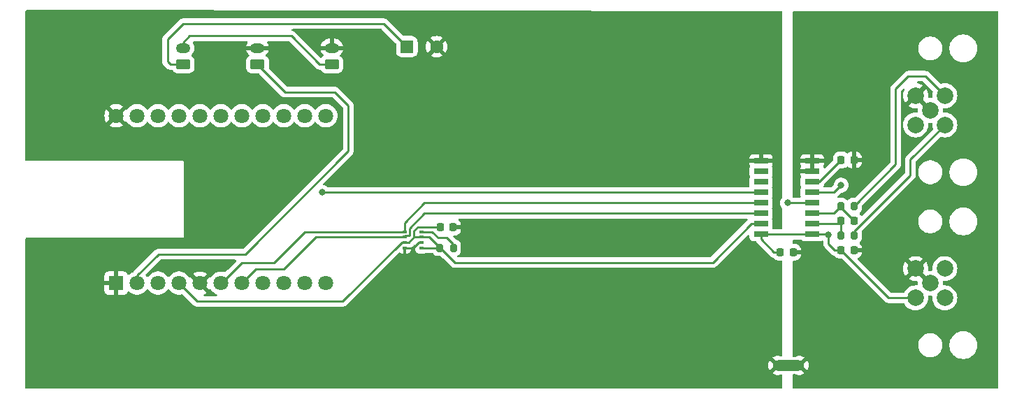
<source format=gbr>
G04 #@! TF.GenerationSoftware,KiCad,Pcbnew,8.0.3*
G04 #@! TF.CreationDate,2024-07-15T20:50:50+02:00*
G04 #@! TF.ProjectId,mini-beieli-pcb-cubecell,6d696e69-2d62-4656-9965-6c692d706362,rev?*
G04 #@! TF.SameCoordinates,Original*
G04 #@! TF.FileFunction,Copper,L1,Top*
G04 #@! TF.FilePolarity,Positive*
%FSLAX46Y46*%
G04 Gerber Fmt 4.6, Leading zero omitted, Abs format (unit mm)*
G04 Created by KiCad (PCBNEW 8.0.3) date 2024-07-15 20:50:50*
%MOMM*%
%LPD*%
G01*
G04 APERTURE LIST*
G04 Aperture macros list*
%AMRoundRect*
0 Rectangle with rounded corners*
0 $1 Rounding radius*
0 $2 $3 $4 $5 $6 $7 $8 $9 X,Y pos of 4 corners*
0 Add a 4 corners polygon primitive as box body*
4,1,4,$2,$3,$4,$5,$6,$7,$8,$9,$2,$3,0*
0 Add four circle primitives for the rounded corners*
1,1,$1+$1,$2,$3*
1,1,$1+$1,$4,$5*
1,1,$1+$1,$6,$7*
1,1,$1+$1,$8,$9*
0 Add four rect primitives between the rounded corners*
20,1,$1+$1,$2,$3,$4,$5,0*
20,1,$1+$1,$4,$5,$6,$7,0*
20,1,$1+$1,$6,$7,$8,$9,0*
20,1,$1+$1,$8,$9,$2,$3,0*%
G04 Aperture macros list end*
G04 #@! TA.AperFunction,EtchedComponent*
%ADD10C,0.000000*%
G04 #@! TD*
G04 #@! TA.AperFunction,SMDPad,CuDef*
%ADD11RoundRect,0.225000X-0.225000X-0.250000X0.225000X-0.250000X0.225000X0.250000X-0.225000X0.250000X0*%
G04 #@! TD*
G04 #@! TA.AperFunction,ComponentPad*
%ADD12C,2.000000*%
G04 #@! TD*
G04 #@! TA.AperFunction,SMDPad,CuDef*
%ADD13RoundRect,0.200000X-0.200000X-0.275000X0.200000X-0.275000X0.200000X0.275000X-0.200000X0.275000X0*%
G04 #@! TD*
G04 #@! TA.AperFunction,ComponentPad*
%ADD14RoundRect,0.250000X0.625000X-0.350000X0.625000X0.350000X-0.625000X0.350000X-0.625000X-0.350000X0*%
G04 #@! TD*
G04 #@! TA.AperFunction,ComponentPad*
%ADD15O,1.750000X1.200000*%
G04 #@! TD*
G04 #@! TA.AperFunction,ComponentPad*
%ADD16C,1.300000*%
G04 #@! TD*
G04 #@! TA.AperFunction,SMDPad,CuDef*
%ADD17R,0.500000X0.350000*%
G04 #@! TD*
G04 #@! TA.AperFunction,ComponentPad*
%ADD18R,1.800000X1.800000*%
G04 #@! TD*
G04 #@! TA.AperFunction,ComponentPad*
%ADD19C,1.800000*%
G04 #@! TD*
G04 #@! TA.AperFunction,SMDPad,CuDef*
%ADD20R,1.800000X0.640000*%
G04 #@! TD*
G04 #@! TA.AperFunction,ComponentPad*
%ADD21RoundRect,0.250000X-0.550000X-0.550000X0.550000X-0.550000X0.550000X0.550000X-0.550000X0.550000X0*%
G04 #@! TD*
G04 #@! TA.AperFunction,ComponentPad*
%ADD22C,1.600000*%
G04 #@! TD*
G04 #@! TA.AperFunction,ViaPad*
%ADD23C,0.800000*%
G04 #@! TD*
G04 #@! TA.AperFunction,Conductor*
%ADD24C,0.250000*%
G04 #@! TD*
G04 APERTURE END LIST*
D10*
G04 #@! TA.AperFunction,EtchedComponent*
G36*
X134620000Y-78120000D02*
G01*
X132020000Y-78120000D01*
X132020000Y-76820000D01*
X134620000Y-76820000D01*
X134620000Y-78120000D01*
G37*
G04 #@! TD.AperFunction*
D11*
X139687000Y-63500000D03*
X141237000Y-63500000D03*
D12*
X148725000Y-48330000D03*
X148725000Y-44790000D03*
X152265000Y-48330000D03*
X152265000Y-44790000D03*
X150495000Y-46560000D03*
X148725000Y-69285000D03*
X148725000Y-65745000D03*
X152265000Y-69285000D03*
X152265000Y-65745000D03*
X150495000Y-67515000D03*
D13*
X139637000Y-61722000D03*
X141287000Y-61722000D03*
D14*
X69000000Y-41000000D03*
D15*
X69000000Y-39000000D03*
D16*
X134620000Y-77470000D03*
X132020000Y-77470000D03*
D11*
X139687000Y-52578000D03*
X141237000Y-52578000D03*
X139687000Y-59944000D03*
X141237000Y-59944000D03*
D13*
X139637000Y-58166000D03*
X141287000Y-58166000D03*
D11*
X132321000Y-63754000D03*
X133871000Y-63754000D03*
X91141000Y-60722000D03*
X92691000Y-60722000D03*
D13*
X91091000Y-63232000D03*
X92741000Y-63232000D03*
D17*
X86827000Y-63221000D03*
X86827000Y-62571000D03*
X86827000Y-61921000D03*
X86827000Y-61271000D03*
X88877000Y-61271000D03*
X88877000Y-61921000D03*
X88877000Y-62571000D03*
X88877000Y-63221000D03*
D18*
X51878000Y-67495000D03*
D19*
X54418000Y-67495000D03*
X56958000Y-67495000D03*
X59498000Y-67495000D03*
X62038000Y-67515000D03*
X64578000Y-67515000D03*
X67118000Y-67515000D03*
X69658000Y-67515000D03*
X72198000Y-67515000D03*
X74738000Y-67515000D03*
X77278000Y-67515000D03*
X77278000Y-47215000D03*
X74738000Y-47215000D03*
X72198000Y-47215000D03*
X69658000Y-47215000D03*
X67118000Y-47215000D03*
X64578000Y-47215000D03*
X62038000Y-47215000D03*
X59498000Y-47215000D03*
X56958000Y-47215000D03*
X54418000Y-47215000D03*
X51878000Y-47215000D03*
D20*
X136201000Y-61595000D03*
X136201000Y-60325000D03*
X136201000Y-59055000D03*
X136201000Y-57785000D03*
X136201000Y-56515000D03*
X136201000Y-55245000D03*
X136201000Y-53975000D03*
X136201000Y-52705000D03*
X129991000Y-52705000D03*
X129991000Y-53975000D03*
X129991000Y-55245000D03*
X129991000Y-56515000D03*
X129991000Y-57785000D03*
X129991000Y-59055000D03*
X129991000Y-60325000D03*
X129991000Y-61595000D03*
D21*
X87100000Y-38855000D03*
D22*
X90700000Y-38855000D03*
D14*
X78000000Y-41000000D03*
D15*
X78000000Y-39000000D03*
D14*
X60000000Y-41000000D03*
D15*
X60000000Y-39000000D03*
D23*
X95880000Y-62035000D03*
X139700000Y-55626000D03*
X133223000Y-57785000D03*
X76815000Y-56515000D03*
X138176000Y-61607750D03*
D24*
X92691000Y-60722000D02*
X94567000Y-60722000D01*
X87880588Y-63221000D02*
X88530588Y-62571000D01*
X88530588Y-62571000D02*
X88877000Y-62571000D01*
X86827000Y-63221000D02*
X87880588Y-63221000D01*
X94567000Y-60722000D02*
X95880000Y-62035000D01*
X54418000Y-66582000D02*
X54418000Y-67495000D01*
X72355000Y-44355000D02*
X78400000Y-44355000D01*
X80000000Y-51500000D02*
X67500000Y-64000000D01*
X80000000Y-45955000D02*
X80000000Y-51500000D01*
X69000000Y-41000000D02*
X72355000Y-44355000D01*
X67500000Y-64000000D02*
X57000000Y-64000000D01*
X57000000Y-64000000D02*
X54418000Y-66582000D01*
X78400000Y-44355000D02*
X80000000Y-45955000D01*
X146304000Y-43942000D02*
X147828000Y-42418000D01*
X146304000Y-53111500D02*
X146304000Y-43942000D01*
X149893000Y-42418000D02*
X152265000Y-44790000D01*
X147828000Y-42418000D02*
X149893000Y-42418000D01*
X141249500Y-58166000D02*
X146304000Y-53111500D01*
X148082000Y-52513000D02*
X152265000Y-48330000D01*
X141249500Y-61247000D02*
X148082000Y-54414500D01*
X141249500Y-61722000D02*
X141249500Y-61247000D01*
X148082000Y-54414500D02*
X148082000Y-52513000D01*
X139700000Y-55626000D02*
X138811000Y-56515000D01*
X138811000Y-56515000D02*
X136201000Y-56515000D01*
X136201000Y-57785000D02*
X133223000Y-57785000D01*
X89245000Y-59055000D02*
X129991000Y-59055000D01*
X72200000Y-65800000D02*
X76079000Y-61921000D01*
X87337001Y-61771001D02*
X87402001Y-61706001D01*
X86827000Y-61921000D02*
X86827000Y-61771001D01*
X68833000Y-65800000D02*
X72200000Y-65800000D01*
X87402001Y-61706001D02*
X87402001Y-60897999D01*
X87402001Y-60897999D02*
X89245000Y-59055000D01*
X67118000Y-67515000D02*
X68833000Y-65800000D01*
X86827000Y-61771001D02*
X87337001Y-61771001D01*
X76079000Y-61921000D02*
X86827000Y-61921000D01*
X67136410Y-65000000D02*
X71000000Y-65000000D01*
X64621410Y-67515000D02*
X67136410Y-65000000D01*
X86827000Y-61271000D02*
X86827000Y-60173000D01*
X89215000Y-57785000D02*
X129991000Y-57785000D01*
X74729000Y-61271000D02*
X86827000Y-61271000D01*
X86827000Y-60173000D02*
X89215000Y-57785000D01*
X71000000Y-65000000D02*
X74729000Y-61271000D01*
X91128500Y-63232000D02*
X91928510Y-64032010D01*
X86827000Y-62571000D02*
X87327000Y-62571000D01*
X91117500Y-63221000D02*
X91128500Y-63232000D01*
X87977000Y-61921000D02*
X88877000Y-61921000D01*
X87977000Y-61160998D02*
X88415998Y-60722000D01*
X128841000Y-60325000D02*
X129991000Y-60325000D01*
X87977000Y-61921000D02*
X87977000Y-61160998D01*
X86466998Y-62571000D02*
X86827000Y-62571000D01*
X79337998Y-69700000D02*
X86466998Y-62571000D01*
X88415998Y-60722000D02*
X91128500Y-60722000D01*
X91928510Y-64032010D02*
X91932010Y-64032010D01*
X88877000Y-63221000D02*
X91117500Y-63221000D01*
X88877000Y-61921000D02*
X89817500Y-61921000D01*
X87327000Y-62571000D02*
X87977000Y-61921000D01*
X61703000Y-69700000D02*
X79337998Y-69700000D01*
X89817500Y-61921000D02*
X91128500Y-63232000D01*
X92900000Y-65000000D02*
X124166000Y-65000000D01*
X124166000Y-65000000D02*
X128841000Y-60325000D01*
X91932010Y-64032010D02*
X92900000Y-65000000D01*
X59498000Y-67495000D02*
X61703000Y-69700000D01*
X129991000Y-56515000D02*
X76815000Y-56515000D01*
X131572000Y-63754000D02*
X132308500Y-63754000D01*
X138938000Y-63500000D02*
X139674500Y-63500000D01*
X129991000Y-62173000D02*
X131572000Y-63754000D01*
X136201000Y-61595000D02*
X137769500Y-61595000D01*
X138176000Y-62738000D02*
X138938000Y-63500000D01*
X138176000Y-61607750D02*
X138176000Y-62738000D01*
X145459500Y-69285000D02*
X148725000Y-69285000D01*
X137769500Y-61595000D02*
X137782250Y-61607750D01*
X139674500Y-63500000D02*
X145459500Y-69285000D01*
X129991000Y-61595000D02*
X129991000Y-62173000D01*
X129991000Y-61595000D02*
X136201000Y-61595000D01*
X139674500Y-59944000D02*
X139674500Y-61722000D01*
X136201000Y-60325000D02*
X139293500Y-60325000D01*
X139293500Y-60325000D02*
X139674500Y-59944000D01*
X138785500Y-59055000D02*
X139674500Y-58166000D01*
X136201000Y-59055000D02*
X138785500Y-59055000D01*
X139674500Y-58369000D02*
X141249500Y-59944000D01*
X139674500Y-58166000D02*
X139674500Y-58369000D01*
X136201000Y-55245000D02*
X137007500Y-55245000D01*
X137007500Y-55245000D02*
X139674500Y-52578000D01*
X60000000Y-36055000D02*
X84300000Y-36055000D01*
X60000000Y-41000000D02*
X58445000Y-41000000D01*
X58100000Y-37955000D02*
X60000000Y-36055000D01*
X58100000Y-40655000D02*
X58100000Y-37955000D01*
X58445000Y-41000000D02*
X58100000Y-40655000D01*
X84300000Y-36055000D02*
X87100000Y-38855000D01*
X73100000Y-37555000D02*
X76545000Y-41000000D01*
X76545000Y-41000000D02*
X78000000Y-41000000D01*
X60800000Y-37555000D02*
X73100000Y-37555000D01*
X60000000Y-38355000D02*
X60800000Y-37555000D01*
X60000000Y-39000000D02*
X60000000Y-38355000D01*
X92703500Y-63232000D02*
X92703500Y-62779500D01*
X88877000Y-61271000D02*
X90179000Y-61271000D01*
X91916000Y-61992000D02*
X90900000Y-61992000D01*
X90900000Y-61992000D02*
X90179000Y-61271000D01*
X92703500Y-62779500D02*
X91916000Y-61992000D01*
G04 #@! TA.AperFunction,Conductor*
G36*
X158692121Y-34564002D02*
G01*
X158738614Y-34617658D01*
X158750000Y-34670000D01*
X158750000Y-80138000D01*
X158729998Y-80206121D01*
X158676342Y-80252614D01*
X158624000Y-80264000D01*
X133984000Y-80264000D01*
X133915879Y-80243998D01*
X133869386Y-80190342D01*
X133858000Y-80138000D01*
X133858000Y-78586408D01*
X133878002Y-78518287D01*
X133931658Y-78471794D01*
X134001932Y-78461690D01*
X134050330Y-78479281D01*
X134101612Y-78511033D01*
X134101628Y-78511041D01*
X134301736Y-78588564D01*
X134301735Y-78588564D01*
X134512697Y-78628000D01*
X134727303Y-78628000D01*
X134938264Y-78588564D01*
X135138370Y-78511042D01*
X135138379Y-78511037D01*
X135239325Y-78448534D01*
X134744948Y-77954157D01*
X134812993Y-77935925D01*
X134927007Y-77870099D01*
X135020099Y-77777007D01*
X135085925Y-77662993D01*
X135104158Y-77594947D01*
X135601308Y-78092097D01*
X135608769Y-78082219D01*
X135704429Y-77890107D01*
X135763159Y-77683692D01*
X135763159Y-77683688D01*
X135782961Y-77470004D01*
X135782961Y-77469995D01*
X135763159Y-77256311D01*
X135763159Y-77256307D01*
X135704429Y-77049890D01*
X135704428Y-77049888D01*
X135608768Y-76857779D01*
X135601308Y-76847901D01*
X135104157Y-77345051D01*
X135085925Y-77277007D01*
X135020099Y-77162993D01*
X134927007Y-77069901D01*
X134812993Y-77004075D01*
X134744947Y-76985841D01*
X135239325Y-76491464D01*
X135138376Y-76428960D01*
X135138369Y-76428957D01*
X134938263Y-76351435D01*
X134938264Y-76351435D01*
X134727303Y-76312000D01*
X134512697Y-76312000D01*
X134301735Y-76351435D01*
X134101628Y-76428958D01*
X134101615Y-76428964D01*
X134050329Y-76460719D01*
X133981882Y-76479573D01*
X133914107Y-76458429D01*
X133868523Y-76403999D01*
X133858000Y-76353591D01*
X133858000Y-74900843D01*
X149044500Y-74900843D01*
X149044500Y-75129157D01*
X149080216Y-75354660D01*
X149150769Y-75571799D01*
X149245465Y-75757650D01*
X149254423Y-75775231D01*
X149388622Y-75959939D01*
X149550060Y-76121377D01*
X149671404Y-76209539D01*
X149734772Y-76255579D01*
X149938201Y-76359231D01*
X150155340Y-76429784D01*
X150380843Y-76465500D01*
X150380846Y-76465500D01*
X150609154Y-76465500D01*
X150609157Y-76465500D01*
X150834660Y-76429784D01*
X151051799Y-76359231D01*
X151255228Y-76255579D01*
X151439937Y-76121379D01*
X151601379Y-75959937D01*
X151735579Y-75775228D01*
X151839231Y-75571799D01*
X151909784Y-75354660D01*
X151945500Y-75129157D01*
X151945500Y-74905179D01*
X152819500Y-74905179D01*
X152819500Y-75124820D01*
X152848166Y-75342568D01*
X152848168Y-75342575D01*
X152905014Y-75554727D01*
X152912086Y-75571800D01*
X152989063Y-75757641D01*
X152989068Y-75757650D01*
X153098881Y-75947851D01*
X153232585Y-76122098D01*
X153232604Y-76122119D01*
X153387880Y-76277395D01*
X153387890Y-76277404D01*
X153387896Y-76277410D01*
X153387899Y-76277412D01*
X153387901Y-76277414D01*
X153562148Y-76411118D01*
X153625548Y-76447722D01*
X153752355Y-76520935D01*
X153955273Y-76604986D01*
X154167425Y-76661832D01*
X154167429Y-76661832D01*
X154167431Y-76661833D01*
X154223552Y-76669221D01*
X154385182Y-76690500D01*
X154385189Y-76690500D01*
X154604811Y-76690500D01*
X154604818Y-76690500D01*
X154801614Y-76664591D01*
X154822568Y-76661833D01*
X154822568Y-76661832D01*
X154822575Y-76661832D01*
X155034727Y-76604986D01*
X155237645Y-76520935D01*
X155427855Y-76411116D01*
X155602104Y-76277410D01*
X155757410Y-76122104D01*
X155891116Y-75947855D01*
X156000935Y-75757645D01*
X156084986Y-75554727D01*
X156141832Y-75342575D01*
X156170500Y-75124818D01*
X156170500Y-74905182D01*
X156141832Y-74687425D01*
X156084986Y-74475273D01*
X156000935Y-74272355D01*
X155891116Y-74082145D01*
X155757410Y-73907896D01*
X155757404Y-73907890D01*
X155757395Y-73907880D01*
X155602119Y-73752604D01*
X155602098Y-73752585D01*
X155427851Y-73618881D01*
X155237650Y-73509068D01*
X155237641Y-73509063D01*
X155145702Y-73470981D01*
X155034727Y-73425014D01*
X154822575Y-73368168D01*
X154822568Y-73368166D01*
X154604820Y-73339500D01*
X154604818Y-73339500D01*
X154385182Y-73339500D01*
X154385179Y-73339500D01*
X154167431Y-73368166D01*
X153955273Y-73425014D01*
X153752358Y-73509063D01*
X153752349Y-73509068D01*
X153562148Y-73618881D01*
X153387901Y-73752585D01*
X153387880Y-73752604D01*
X153232604Y-73907880D01*
X153232585Y-73907901D01*
X153098881Y-74082148D01*
X152989068Y-74272349D01*
X152989063Y-74272358D01*
X152905014Y-74475273D01*
X152848166Y-74687431D01*
X152819500Y-74905179D01*
X151945500Y-74905179D01*
X151945500Y-74900843D01*
X151909784Y-74675340D01*
X151839231Y-74458201D01*
X151735579Y-74254772D01*
X151601379Y-74070063D01*
X151601377Y-74070060D01*
X151439939Y-73908622D01*
X151255231Y-73774423D01*
X151255230Y-73774422D01*
X151255228Y-73774421D01*
X151051799Y-73670769D01*
X150834660Y-73600216D01*
X150609157Y-73564500D01*
X150380843Y-73564500D01*
X150155340Y-73600216D01*
X150155337Y-73600216D01*
X150155336Y-73600217D01*
X149938201Y-73670769D01*
X149938199Y-73670770D01*
X149734768Y-73774423D01*
X149550060Y-73908622D01*
X149388622Y-74070060D01*
X149254423Y-74254768D01*
X149150770Y-74458199D01*
X149150769Y-74458201D01*
X149080216Y-74675340D01*
X149044500Y-74900843D01*
X133858000Y-74900843D01*
X133858000Y-64863000D01*
X133878002Y-64794879D01*
X133931658Y-64748386D01*
X133984000Y-64737000D01*
X134144853Y-64737000D01*
X134144852Y-64736999D01*
X134245229Y-64726744D01*
X134245241Y-64726742D01*
X134407884Y-64672847D01*
X134553728Y-64582890D01*
X134553734Y-64582885D01*
X134674885Y-64461734D01*
X134674890Y-64461728D01*
X134764847Y-64315884D01*
X134818742Y-64153241D01*
X134818744Y-64153229D01*
X134828999Y-64052852D01*
X134829000Y-64052852D01*
X134829000Y-64008000D01*
X133858000Y-64008000D01*
X133858000Y-63500000D01*
X134829000Y-63500000D01*
X134829000Y-63455147D01*
X134818744Y-63354770D01*
X134818742Y-63354758D01*
X134764847Y-63192115D01*
X134674890Y-63046271D01*
X134674885Y-63046265D01*
X134553734Y-62925114D01*
X134553728Y-62925109D01*
X134407884Y-62835152D01*
X134245241Y-62781257D01*
X134245229Y-62781255D01*
X134144852Y-62771000D01*
X133984000Y-62771000D01*
X133915879Y-62750998D01*
X133869386Y-62697342D01*
X133858000Y-62645000D01*
X133858000Y-62354500D01*
X133878002Y-62286379D01*
X133931658Y-62239886D01*
X133984000Y-62228500D01*
X134837417Y-62228500D01*
X134905538Y-62248502D01*
X134931025Y-62272231D01*
X134931367Y-62271890D01*
X134937736Y-62278259D01*
X135054792Y-62365887D01*
X135054794Y-62365888D01*
X135054796Y-62365889D01*
X135113875Y-62387924D01*
X135191795Y-62416988D01*
X135191803Y-62416990D01*
X135252350Y-62423499D01*
X135252355Y-62423499D01*
X135252362Y-62423500D01*
X135252368Y-62423500D01*
X137149632Y-62423500D01*
X137149638Y-62423500D01*
X137149645Y-62423499D01*
X137149649Y-62423499D01*
X137210196Y-62416990D01*
X137210199Y-62416989D01*
X137210201Y-62416989D01*
X137347204Y-62365889D01*
X137347209Y-62365884D01*
X137355118Y-62361568D01*
X137356801Y-62364651D01*
X137407458Y-62345733D01*
X137476839Y-62360795D01*
X137527062Y-62410976D01*
X137542500Y-62471408D01*
X137542500Y-62675606D01*
X137542500Y-62800394D01*
X137566845Y-62922785D01*
X137614600Y-63038075D01*
X137683929Y-63141833D01*
X138534167Y-63992072D01*
X138637925Y-64061401D01*
X138719447Y-64095168D01*
X138753215Y-64109155D01*
X138753217Y-64109155D01*
X138753219Y-64109156D01*
X138777460Y-64113978D01*
X138840370Y-64146884D01*
X138860120Y-64171409D01*
X138882713Y-64208037D01*
X138882720Y-64208046D01*
X139003953Y-64329279D01*
X139003959Y-64329284D01*
X139003960Y-64329285D01*
X139149899Y-64419302D01*
X139312664Y-64473236D01*
X139332756Y-64475288D01*
X139413120Y-64483500D01*
X139413128Y-64483500D01*
X139709906Y-64483500D01*
X139778027Y-64503502D01*
X139799001Y-64520405D01*
X144967429Y-69688833D01*
X145055667Y-69777071D01*
X145159425Y-69846400D01*
X145274715Y-69894155D01*
X145397106Y-69918500D01*
X147273435Y-69918500D01*
X147341556Y-69938502D01*
X147380865Y-69978662D01*
X147500824Y-70174416D01*
X147500825Y-70174417D01*
X147500826Y-70174419D01*
X147655030Y-70354969D01*
X147835580Y-70509173D01*
X147835584Y-70509176D01*
X148038037Y-70633240D01*
X148257406Y-70724105D01*
X148488289Y-70779535D01*
X148725000Y-70798165D01*
X148961711Y-70779535D01*
X149192594Y-70724105D01*
X149411963Y-70633240D01*
X149614416Y-70509176D01*
X149794969Y-70354969D01*
X149949176Y-70174416D01*
X150073240Y-69971963D01*
X150164105Y-69752594D01*
X150219535Y-69521711D01*
X150238165Y-69285000D01*
X150227759Y-69152789D01*
X150242355Y-69083312D01*
X150292197Y-69032753D01*
X150361462Y-69017166D01*
X150363257Y-69017294D01*
X150494999Y-69027662D01*
X150626742Y-69017294D01*
X150696222Y-69031890D01*
X150746781Y-69081732D01*
X150762368Y-69150997D01*
X150762240Y-69152791D01*
X150751835Y-69284999D01*
X150770465Y-69521710D01*
X150825894Y-69752592D01*
X150916759Y-69971961D01*
X151040825Y-70174417D01*
X151040826Y-70174419D01*
X151195030Y-70354969D01*
X151375580Y-70509173D01*
X151375584Y-70509176D01*
X151578037Y-70633240D01*
X151797406Y-70724105D01*
X152028289Y-70779535D01*
X152265000Y-70798165D01*
X152501711Y-70779535D01*
X152732594Y-70724105D01*
X152951963Y-70633240D01*
X153154416Y-70509176D01*
X153334969Y-70354969D01*
X153489176Y-70174416D01*
X153613240Y-69971963D01*
X153704105Y-69752594D01*
X153759535Y-69521711D01*
X153778165Y-69285000D01*
X153759535Y-69048289D01*
X153704105Y-68817406D01*
X153613240Y-68598037D01*
X153489176Y-68395584D01*
X153489173Y-68395580D01*
X153334969Y-68215030D01*
X153154419Y-68060826D01*
X153154417Y-68060825D01*
X153154416Y-68060824D01*
X152951963Y-67936760D01*
X152734234Y-67846574D01*
X152732592Y-67845894D01*
X152574651Y-67807976D01*
X152501711Y-67790465D01*
X152265000Y-67771835D01*
X152264999Y-67771835D01*
X152132791Y-67782240D01*
X152063311Y-67767644D01*
X152012752Y-67717801D01*
X151997166Y-67648536D01*
X151997294Y-67646742D01*
X152007662Y-67514999D01*
X151997294Y-67383257D01*
X152011890Y-67313777D01*
X152061732Y-67263217D01*
X152130997Y-67247631D01*
X152132689Y-67247751D01*
X152265000Y-67258165D01*
X152501711Y-67239535D01*
X152732594Y-67184105D01*
X152951963Y-67093240D01*
X153154416Y-66969176D01*
X153334969Y-66814969D01*
X153489176Y-66634416D01*
X153613240Y-66431963D01*
X153704105Y-66212594D01*
X153759535Y-65981711D01*
X153778165Y-65745000D01*
X153759535Y-65508289D01*
X153704105Y-65277406D01*
X153613240Y-65058037D01*
X153489176Y-64855584D01*
X153489173Y-64855580D01*
X153334969Y-64675030D01*
X153154419Y-64520826D01*
X153154417Y-64520825D01*
X153154416Y-64520824D01*
X152951963Y-64396760D01*
X152789061Y-64329284D01*
X152732592Y-64305894D01*
X152574651Y-64267976D01*
X152501711Y-64250465D01*
X152265000Y-64231835D01*
X152028289Y-64250465D01*
X151797407Y-64305894D01*
X151578038Y-64396759D01*
X151375582Y-64520825D01*
X151375580Y-64520826D01*
X151195030Y-64675030D01*
X151040826Y-64855580D01*
X151040825Y-64855582D01*
X150916759Y-65058038D01*
X150825894Y-65277407D01*
X150770465Y-65508289D01*
X150751835Y-65745000D01*
X150762240Y-65877207D01*
X150747644Y-65946687D01*
X150697801Y-65997247D01*
X150628537Y-66012833D01*
X150626743Y-66012705D01*
X150495000Y-66002337D01*
X150362751Y-66012745D01*
X150293271Y-65998149D01*
X150242712Y-65948306D01*
X150227126Y-65879041D01*
X150227254Y-65877247D01*
X150237662Y-65744999D01*
X150219039Y-65508367D01*
X150163628Y-65277562D01*
X150072791Y-65058261D01*
X149958102Y-64871108D01*
X149958101Y-64871107D01*
X149365966Y-65463242D01*
X149345332Y-65413426D01*
X149268726Y-65298776D01*
X149171224Y-65201274D01*
X149056574Y-65124668D01*
X149006755Y-65104032D01*
X149598890Y-64511897D01*
X149598890Y-64511896D01*
X149411738Y-64397208D01*
X149192437Y-64306371D01*
X148961632Y-64250960D01*
X148725000Y-64232337D01*
X148488367Y-64250960D01*
X148257562Y-64306371D01*
X148038266Y-64397206D01*
X147851108Y-64511897D01*
X147851108Y-64511898D01*
X148443243Y-65104033D01*
X148393426Y-65124668D01*
X148278776Y-65201274D01*
X148181274Y-65298776D01*
X148104668Y-65413426D01*
X148084033Y-65463243D01*
X147491898Y-64871108D01*
X147491897Y-64871108D01*
X147377206Y-65058266D01*
X147286371Y-65277562D01*
X147230960Y-65508367D01*
X147212337Y-65745000D01*
X147230960Y-65981632D01*
X147286371Y-66212437D01*
X147377208Y-66431738D01*
X147491896Y-66618890D01*
X147491897Y-66618890D01*
X148084032Y-66026755D01*
X148104668Y-66076574D01*
X148181274Y-66191224D01*
X148278776Y-66288726D01*
X148393426Y-66365332D01*
X148443242Y-66385966D01*
X147851107Y-66978101D01*
X147851108Y-66978102D01*
X148038261Y-67092791D01*
X148257562Y-67183628D01*
X148488367Y-67239039D01*
X148724999Y-67257662D01*
X148857247Y-67247254D01*
X148926727Y-67261850D01*
X148977286Y-67311692D01*
X148992873Y-67380957D01*
X148992745Y-67382751D01*
X148982337Y-67515000D01*
X148992705Y-67646743D01*
X148978109Y-67716223D01*
X148928266Y-67766782D01*
X148859001Y-67782368D01*
X148857207Y-67782240D01*
X148725000Y-67771835D01*
X148488289Y-67790465D01*
X148257407Y-67845894D01*
X148038038Y-67936759D01*
X147835582Y-68060825D01*
X147835580Y-68060826D01*
X147655030Y-68215030D01*
X147500826Y-68395580D01*
X147500825Y-68395582D01*
X147500824Y-68395584D01*
X147380865Y-68591337D01*
X147328220Y-68638966D01*
X147273435Y-68651500D01*
X145774094Y-68651500D01*
X145705973Y-68631498D01*
X145684999Y-68614595D01*
X141704539Y-64634135D01*
X141670513Y-64571823D01*
X141675578Y-64501008D01*
X141718125Y-64444172D01*
X141754002Y-64425435D01*
X141773887Y-64418845D01*
X141919728Y-64328890D01*
X141919734Y-64328885D01*
X142040885Y-64207734D01*
X142040890Y-64207728D01*
X142130847Y-64061884D01*
X142184742Y-63899241D01*
X142184744Y-63899229D01*
X142194999Y-63798852D01*
X142195000Y-63798852D01*
X142195000Y-63754000D01*
X141109000Y-63754000D01*
X141040879Y-63733998D01*
X140994386Y-63680342D01*
X140983000Y-63628000D01*
X140983000Y-63372000D01*
X141003002Y-63303879D01*
X141056658Y-63257386D01*
X141109000Y-63246000D01*
X142195000Y-63246000D01*
X142195000Y-63201147D01*
X142184744Y-63100770D01*
X142184742Y-63100758D01*
X142130847Y-62938115D01*
X142040890Y-62792271D01*
X142040885Y-62792265D01*
X141956391Y-62707771D01*
X141922365Y-62645459D01*
X141927430Y-62574644D01*
X141956391Y-62529581D01*
X142048811Y-62437160D01*
X142048816Y-62437155D01*
X142137827Y-62289913D01*
X142189013Y-62125649D01*
X142195500Y-62054265D01*
X142195499Y-61389736D01*
X142189013Y-61318351D01*
X142184361Y-61303421D01*
X142183192Y-61232434D01*
X142215559Y-61176843D01*
X143491559Y-59900843D01*
X149044500Y-59900843D01*
X149044500Y-60129157D01*
X149080216Y-60354660D01*
X149150769Y-60571799D01*
X149245465Y-60757650D01*
X149254423Y-60775231D01*
X149388622Y-60959939D01*
X149550060Y-61121377D01*
X149626399Y-61176841D01*
X149734772Y-61255579D01*
X149938201Y-61359231D01*
X150155340Y-61429784D01*
X150380843Y-61465500D01*
X150380846Y-61465500D01*
X150609154Y-61465500D01*
X150609157Y-61465500D01*
X150834660Y-61429784D01*
X151051799Y-61359231D01*
X151255228Y-61255579D01*
X151439937Y-61121379D01*
X151601379Y-60959937D01*
X151735579Y-60775228D01*
X151839231Y-60571799D01*
X151909784Y-60354660D01*
X151945500Y-60129157D01*
X151945500Y-59905179D01*
X152819500Y-59905179D01*
X152819500Y-60124820D01*
X152848166Y-60342568D01*
X152848168Y-60342575D01*
X152905014Y-60554727D01*
X152912086Y-60571800D01*
X152989063Y-60757641D01*
X152989068Y-60757650D01*
X153098881Y-60947851D01*
X153232585Y-61122098D01*
X153232604Y-61122119D01*
X153387880Y-61277395D01*
X153387890Y-61277404D01*
X153387896Y-61277410D01*
X153387899Y-61277412D01*
X153387901Y-61277414D01*
X153562148Y-61411118D01*
X153625548Y-61447722D01*
X153752355Y-61520935D01*
X153955273Y-61604986D01*
X154167425Y-61661832D01*
X154167429Y-61661832D01*
X154167431Y-61661833D01*
X154223552Y-61669221D01*
X154385182Y-61690500D01*
X154385189Y-61690500D01*
X154604811Y-61690500D01*
X154604818Y-61690500D01*
X154801614Y-61664591D01*
X154822568Y-61661833D01*
X154822568Y-61661832D01*
X154822575Y-61661832D01*
X155034727Y-61604986D01*
X155237645Y-61520935D01*
X155427855Y-61411116D01*
X155602104Y-61277410D01*
X155757410Y-61122104D01*
X155891116Y-60947855D01*
X156000935Y-60757645D01*
X156084986Y-60554727D01*
X156141832Y-60342575D01*
X156170500Y-60124818D01*
X156170500Y-59905182D01*
X156149221Y-59743552D01*
X156141833Y-59687431D01*
X156141832Y-59687429D01*
X156141832Y-59687425D01*
X156084986Y-59475273D01*
X156000935Y-59272355D01*
X155891116Y-59082145D01*
X155757410Y-58907896D01*
X155757404Y-58907890D01*
X155757395Y-58907880D01*
X155602119Y-58752604D01*
X155602098Y-58752585D01*
X155427851Y-58618881D01*
X155237650Y-58509068D01*
X155237641Y-58509063D01*
X155128524Y-58463866D01*
X155034727Y-58425014D01*
X154822575Y-58368168D01*
X154822568Y-58368166D01*
X154604820Y-58339500D01*
X154604818Y-58339500D01*
X154385182Y-58339500D01*
X154385179Y-58339500D01*
X154167431Y-58368166D01*
X153955273Y-58425014D01*
X153752358Y-58509063D01*
X153752349Y-58509068D01*
X153562148Y-58618881D01*
X153387901Y-58752585D01*
X153387880Y-58752604D01*
X153232604Y-58907880D01*
X153232585Y-58907901D01*
X153098881Y-59082148D01*
X152989068Y-59272349D01*
X152989063Y-59272358D01*
X152905014Y-59475273D01*
X152848166Y-59687431D01*
X152819500Y-59905179D01*
X151945500Y-59905179D01*
X151945500Y-59900843D01*
X151909784Y-59675340D01*
X151839231Y-59458201D01*
X151735579Y-59254772D01*
X151601379Y-59070063D01*
X151601377Y-59070060D01*
X151439939Y-58908622D01*
X151255231Y-58774423D01*
X151255230Y-58774422D01*
X151255228Y-58774421D01*
X151051799Y-58670769D01*
X150834660Y-58600216D01*
X150609157Y-58564500D01*
X150380843Y-58564500D01*
X150155340Y-58600216D01*
X150155337Y-58600216D01*
X150155336Y-58600217D01*
X149938201Y-58670769D01*
X149938199Y-58670770D01*
X149734768Y-58774423D01*
X149550060Y-58908622D01*
X149388622Y-59070060D01*
X149254423Y-59254768D01*
X149150770Y-59458199D01*
X149150769Y-59458201D01*
X149097807Y-59621202D01*
X149080216Y-59675340D01*
X149044500Y-59900843D01*
X143491559Y-59900843D01*
X148574071Y-54818333D01*
X148643400Y-54714575D01*
X148691155Y-54599285D01*
X148715500Y-54476894D01*
X148715500Y-54352106D01*
X148715500Y-53945843D01*
X149044500Y-53945843D01*
X149044500Y-54174157D01*
X149080216Y-54399660D01*
X149150769Y-54616799D01*
X149254421Y-54820228D01*
X149254423Y-54820231D01*
X149388622Y-55004939D01*
X149550060Y-55166377D01*
X149671265Y-55254438D01*
X149734772Y-55300579D01*
X149938201Y-55404231D01*
X150155340Y-55474784D01*
X150380843Y-55510500D01*
X150380846Y-55510500D01*
X150609154Y-55510500D01*
X150609157Y-55510500D01*
X150834660Y-55474784D01*
X151051799Y-55404231D01*
X151255228Y-55300579D01*
X151439937Y-55166379D01*
X151601379Y-55004937D01*
X151735579Y-54820228D01*
X151839231Y-54616799D01*
X151909784Y-54399660D01*
X151945500Y-54174157D01*
X151945500Y-53950179D01*
X152819500Y-53950179D01*
X152819500Y-54169820D01*
X152848166Y-54387568D01*
X152848168Y-54387575D01*
X152905014Y-54599727D01*
X152934909Y-54671900D01*
X152989063Y-54802641D01*
X152989068Y-54802650D01*
X153098881Y-54992851D01*
X153232585Y-55167098D01*
X153232604Y-55167119D01*
X153387880Y-55322395D01*
X153387890Y-55322404D01*
X153387896Y-55322410D01*
X153387899Y-55322412D01*
X153387901Y-55322414D01*
X153562148Y-55456118D01*
X153625548Y-55492722D01*
X153752355Y-55565935D01*
X153955273Y-55649986D01*
X154167425Y-55706832D01*
X154167429Y-55706832D01*
X154167431Y-55706833D01*
X154223552Y-55714221D01*
X154385182Y-55735500D01*
X154385189Y-55735500D01*
X154604811Y-55735500D01*
X154604818Y-55735500D01*
X154801614Y-55709591D01*
X154822568Y-55706833D01*
X154822568Y-55706832D01*
X154822575Y-55706832D01*
X155034727Y-55649986D01*
X155237645Y-55565935D01*
X155427855Y-55456116D01*
X155602104Y-55322410D01*
X155757410Y-55167104D01*
X155891116Y-54992855D01*
X156000935Y-54802645D01*
X156084986Y-54599727D01*
X156141832Y-54387575D01*
X156170500Y-54169818D01*
X156170500Y-53950182D01*
X156141832Y-53732425D01*
X156084986Y-53520273D01*
X156000935Y-53317355D01*
X155898471Y-53139884D01*
X155891118Y-53127148D01*
X155757414Y-52952901D01*
X155757412Y-52952899D01*
X155757410Y-52952896D01*
X155757404Y-52952890D01*
X155757395Y-52952880D01*
X155602119Y-52797604D01*
X155602098Y-52797585D01*
X155427851Y-52663881D01*
X155237650Y-52554068D01*
X155237641Y-52554063D01*
X155145702Y-52515981D01*
X155034727Y-52470014D01*
X154822575Y-52413168D01*
X154822568Y-52413166D01*
X154604820Y-52384500D01*
X154604818Y-52384500D01*
X154385182Y-52384500D01*
X154385179Y-52384500D01*
X154167431Y-52413166D01*
X153955273Y-52470014D01*
X153752358Y-52554063D01*
X153752349Y-52554068D01*
X153562148Y-52663881D01*
X153387901Y-52797585D01*
X153387880Y-52797604D01*
X153232604Y-52952880D01*
X153232585Y-52952901D01*
X153098881Y-53127148D01*
X152989068Y-53317349D01*
X152989065Y-53317355D01*
X152950038Y-53411575D01*
X152905014Y-53520273D01*
X152848166Y-53732431D01*
X152819500Y-53950179D01*
X151945500Y-53950179D01*
X151945500Y-53945843D01*
X151909784Y-53720340D01*
X151839231Y-53503201D01*
X151735579Y-53299772D01*
X151601379Y-53115063D01*
X151601377Y-53115060D01*
X151439939Y-52953622D01*
X151255231Y-52819423D01*
X151255230Y-52819422D01*
X151255228Y-52819421D01*
X151051799Y-52715769D01*
X150834660Y-52645216D01*
X150609157Y-52609500D01*
X150380843Y-52609500D01*
X150155340Y-52645216D01*
X150155337Y-52645216D01*
X150155336Y-52645217D01*
X149938201Y-52715769D01*
X149938199Y-52715770D01*
X149734768Y-52819423D01*
X149550060Y-52953622D01*
X149388622Y-53115060D01*
X149254423Y-53299768D01*
X149153775Y-53497301D01*
X149150769Y-53503201D01*
X149080216Y-53720340D01*
X149044500Y-53945843D01*
X148715500Y-53945843D01*
X148715500Y-52827593D01*
X148735502Y-52759472D01*
X148752400Y-52738503D01*
X151686541Y-49804361D01*
X151748851Y-49770337D01*
X151805045Y-49770938D01*
X152028289Y-49824535D01*
X152265000Y-49843165D01*
X152501711Y-49824535D01*
X152732594Y-49769105D01*
X152951963Y-49678240D01*
X153154416Y-49554176D01*
X153334969Y-49399969D01*
X153489176Y-49219416D01*
X153613240Y-49016963D01*
X153704105Y-48797594D01*
X153759535Y-48566711D01*
X153778165Y-48330000D01*
X153759535Y-48093289D01*
X153704105Y-47862406D01*
X153613240Y-47643037D01*
X153489176Y-47440584D01*
X153489173Y-47440580D01*
X153334969Y-47260030D01*
X153154419Y-47105826D01*
X153154417Y-47105825D01*
X153154416Y-47105824D01*
X152951963Y-46981760D01*
X152734234Y-46891574D01*
X152732592Y-46890894D01*
X152574651Y-46852976D01*
X152501711Y-46835465D01*
X152265000Y-46816835D01*
X152264999Y-46816835D01*
X152132791Y-46827240D01*
X152063311Y-46812644D01*
X152012752Y-46762801D01*
X151997166Y-46693536D01*
X151997294Y-46691742D01*
X152007662Y-46559999D01*
X151997294Y-46428257D01*
X152011890Y-46358777D01*
X152061732Y-46308217D01*
X152130997Y-46292631D01*
X152132689Y-46292751D01*
X152265000Y-46303165D01*
X152501711Y-46284535D01*
X152732594Y-46229105D01*
X152951963Y-46138240D01*
X153154416Y-46014176D01*
X153334969Y-45859969D01*
X153489176Y-45679416D01*
X153613240Y-45476963D01*
X153704105Y-45257594D01*
X153759535Y-45026711D01*
X153778165Y-44790000D01*
X153759535Y-44553289D01*
X153704105Y-44322406D01*
X153613240Y-44103037D01*
X153489176Y-43900584D01*
X153489173Y-43900580D01*
X153334969Y-43720030D01*
X153154419Y-43565826D01*
X153154417Y-43565825D01*
X153154416Y-43565824D01*
X152951963Y-43441760D01*
X152887388Y-43415012D01*
X152732592Y-43350894D01*
X152574651Y-43312976D01*
X152501711Y-43295465D01*
X152265000Y-43276835D01*
X152028289Y-43295465D01*
X151805049Y-43349059D01*
X151734142Y-43345513D01*
X151686541Y-43315636D01*
X150296835Y-41925931D01*
X150296833Y-41925929D01*
X150193075Y-41856600D01*
X150077785Y-41808845D01*
X150004086Y-41794185D01*
X149955396Y-41784500D01*
X149955394Y-41784500D01*
X147765606Y-41784500D01*
X147765603Y-41784500D01*
X147692568Y-41799028D01*
X147643215Y-41808845D01*
X147643213Y-41808845D01*
X147643212Y-41808846D01*
X147527923Y-41856601D01*
X147424171Y-41925926D01*
X147424164Y-41925931D01*
X145811931Y-43538164D01*
X145811926Y-43538171D01*
X145742601Y-43641923D01*
X145694846Y-43757212D01*
X145670500Y-43879603D01*
X145670500Y-52796905D01*
X145650498Y-52865026D01*
X145633595Y-52886000D01*
X141373999Y-57145595D01*
X141311687Y-57179621D01*
X141284904Y-57182500D01*
X141029738Y-57182500D01*
X140958353Y-57188986D01*
X140958352Y-57188986D01*
X140794093Y-57240170D01*
X140794088Y-57240172D01*
X140646844Y-57329184D01*
X140646839Y-57329188D01*
X140551095Y-57424933D01*
X140488783Y-57458959D01*
X140417968Y-57453894D01*
X140372905Y-57424933D01*
X140277160Y-57329188D01*
X140277155Y-57329184D01*
X140129911Y-57240172D01*
X140129906Y-57240170D01*
X139965646Y-57188986D01*
X139913723Y-57184268D01*
X139894265Y-57182500D01*
X139894262Y-57182500D01*
X139379735Y-57182500D01*
X139351949Y-57185025D01*
X139282298Y-57171268D01*
X139231142Y-57122038D01*
X139214723Y-57052966D01*
X139238253Y-56985982D01*
X139251444Y-56970459D01*
X139650501Y-56571402D01*
X139712811Y-56537379D01*
X139739594Y-56534500D01*
X139795487Y-56534500D01*
X139982288Y-56494794D01*
X140156752Y-56417118D01*
X140311253Y-56304866D01*
X140439040Y-56162944D01*
X140534527Y-55997556D01*
X140593542Y-55815928D01*
X140613504Y-55626000D01*
X140593542Y-55436072D01*
X140534527Y-55254444D01*
X140439040Y-55089056D01*
X140439038Y-55089054D01*
X140439034Y-55089048D01*
X140311255Y-54947135D01*
X140156752Y-54834882D01*
X139982288Y-54757206D01*
X139795487Y-54717500D01*
X139604513Y-54717500D01*
X139417711Y-54757206D01*
X139243247Y-54834882D01*
X139088744Y-54947135D01*
X138960965Y-55089048D01*
X138960958Y-55089058D01*
X138865476Y-55254438D01*
X138865473Y-55254445D01*
X138806457Y-55436072D01*
X138789092Y-55601292D01*
X138762079Y-55666949D01*
X138752878Y-55677216D01*
X138585501Y-55844595D01*
X138523189Y-55878620D01*
X138496405Y-55881500D01*
X137707145Y-55881500D01*
X137639024Y-55861498D01*
X137592531Y-55807842D01*
X137582427Y-55737568D01*
X137589089Y-55711467D01*
X137602989Y-55674201D01*
X137605593Y-55649986D01*
X137609499Y-55613649D01*
X137609500Y-55613632D01*
X137609500Y-55591094D01*
X137629502Y-55522973D01*
X137646405Y-55501999D01*
X139550000Y-53598405D01*
X139612312Y-53564379D01*
X139639095Y-53561500D01*
X139960880Y-53561500D01*
X140033936Y-53554035D01*
X140061336Y-53551236D01*
X140224101Y-53497302D01*
X140370040Y-53407285D01*
X140373250Y-53404074D01*
X140435554Y-53370045D01*
X140506370Y-53375101D01*
X140551447Y-53404067D01*
X140554265Y-53406885D01*
X140554271Y-53406890D01*
X140700115Y-53496847D01*
X140862758Y-53550742D01*
X140862770Y-53550744D01*
X140963147Y-53560999D01*
X140963147Y-53561000D01*
X140983000Y-53561000D01*
X141491000Y-53561000D01*
X141510853Y-53561000D01*
X141510852Y-53560999D01*
X141611229Y-53550744D01*
X141611241Y-53550742D01*
X141773884Y-53496847D01*
X141919728Y-53406890D01*
X141919734Y-53406885D01*
X142040885Y-53285734D01*
X142040890Y-53285728D01*
X142130847Y-53139884D01*
X142184742Y-52977241D01*
X142184744Y-52977229D01*
X142194999Y-52876852D01*
X142195000Y-52876852D01*
X142195000Y-52832000D01*
X141491000Y-52832000D01*
X141491000Y-53561000D01*
X140983000Y-53561000D01*
X140983000Y-52324000D01*
X141491000Y-52324000D01*
X142195000Y-52324000D01*
X142195000Y-52279147D01*
X142184744Y-52178770D01*
X142184742Y-52178758D01*
X142130847Y-52016115D01*
X142040890Y-51870271D01*
X142040885Y-51870265D01*
X141919734Y-51749114D01*
X141919728Y-51749109D01*
X141773884Y-51659152D01*
X141611241Y-51605257D01*
X141611229Y-51605255D01*
X141510852Y-51595000D01*
X141491000Y-51595000D01*
X141491000Y-52324000D01*
X140983000Y-52324000D01*
X140983000Y-51595000D01*
X140963147Y-51595000D01*
X140862770Y-51605255D01*
X140862758Y-51605257D01*
X140700115Y-51659152D01*
X140554271Y-51749109D01*
X140554267Y-51749112D01*
X140551442Y-51751938D01*
X140549026Y-51753256D01*
X140548514Y-51753662D01*
X140548444Y-51753574D01*
X140489128Y-51785959D01*
X140418312Y-51780890D01*
X140373253Y-51751928D01*
X140370040Y-51748715D01*
X140224101Y-51658698D01*
X140061336Y-51604764D01*
X140061333Y-51604763D01*
X139960880Y-51594500D01*
X139960872Y-51594500D01*
X139413128Y-51594500D01*
X139413120Y-51594500D01*
X139312666Y-51604763D01*
X139149899Y-51658698D01*
X139003959Y-51748715D01*
X139003953Y-51748720D01*
X138882720Y-51869953D01*
X138882715Y-51869959D01*
X138792698Y-52015899D01*
X138738763Y-52178666D01*
X138728500Y-52279119D01*
X138728500Y-52575905D01*
X138708498Y-52644026D01*
X138691599Y-52664995D01*
X138241535Y-53115060D01*
X137797687Y-53558908D01*
X137735375Y-53592933D01*
X137664559Y-53587868D01*
X137607724Y-53545321D01*
X137590536Y-53513844D01*
X137551444Y-53409036D01*
X137547127Y-53401129D01*
X137550293Y-53399399D01*
X137531484Y-53349075D01*
X137546528Y-53279691D01*
X137547533Y-53278125D01*
X137551444Y-53270963D01*
X137602494Y-53134093D01*
X137608999Y-53073597D01*
X137609000Y-53073585D01*
X137609000Y-52959000D01*
X136455000Y-52959000D01*
X136455000Y-54103000D01*
X136434998Y-54171121D01*
X136381342Y-54217614D01*
X136329000Y-54229000D01*
X134793000Y-54229000D01*
X134793000Y-54343597D01*
X134799505Y-54404093D01*
X134850555Y-54540964D01*
X134854875Y-54548876D01*
X134851588Y-54550670D01*
X134870209Y-54600604D01*
X134855112Y-54669977D01*
X134853876Y-54671900D01*
X134850110Y-54678797D01*
X134799011Y-54815795D01*
X134799009Y-54815803D01*
X134792500Y-54876350D01*
X134792500Y-55613649D01*
X134799009Y-55674196D01*
X134799011Y-55674204D01*
X134850110Y-55811202D01*
X134854432Y-55819118D01*
X134851199Y-55820882D01*
X134869896Y-55871018D01*
X134854801Y-55940392D01*
X134854126Y-55941441D01*
X134850110Y-55948797D01*
X134799011Y-56085795D01*
X134799009Y-56085803D01*
X134792500Y-56146350D01*
X134792500Y-56883649D01*
X134799009Y-56944196D01*
X134799010Y-56944197D01*
X134812911Y-56981467D01*
X134817976Y-57052283D01*
X134783951Y-57114595D01*
X134721638Y-57148620D01*
X134694855Y-57151500D01*
X133984000Y-57151500D01*
X133915879Y-57131498D01*
X133869386Y-57077842D01*
X133858000Y-57025500D01*
X133858000Y-53073597D01*
X134793000Y-53073597D01*
X134799505Y-53134093D01*
X134850555Y-53270964D01*
X134854875Y-53278876D01*
X134851720Y-53280598D01*
X134870522Y-53331033D01*
X134855418Y-53400405D01*
X134854418Y-53401960D01*
X134850555Y-53409035D01*
X134799505Y-53545906D01*
X134793000Y-53606402D01*
X134793000Y-53721000D01*
X135947000Y-53721000D01*
X135947000Y-52959000D01*
X134793000Y-52959000D01*
X134793000Y-53073597D01*
X133858000Y-53073597D01*
X133858000Y-52336402D01*
X134793000Y-52336402D01*
X134793000Y-52451000D01*
X135947000Y-52451000D01*
X136455000Y-52451000D01*
X137609000Y-52451000D01*
X137609000Y-52336414D01*
X137608999Y-52336402D01*
X137602494Y-52275906D01*
X137551444Y-52139035D01*
X137551444Y-52139034D01*
X137463904Y-52022095D01*
X137346965Y-51934555D01*
X137210093Y-51883505D01*
X137149597Y-51877000D01*
X136455000Y-51877000D01*
X136455000Y-52451000D01*
X135947000Y-52451000D01*
X135947000Y-51877000D01*
X135252402Y-51877000D01*
X135191906Y-51883505D01*
X135055035Y-51934555D01*
X135055034Y-51934555D01*
X134938095Y-52022095D01*
X134850555Y-52139034D01*
X134850555Y-52139035D01*
X134799505Y-52275906D01*
X134793000Y-52336402D01*
X133858000Y-52336402D01*
X133858000Y-38945843D01*
X149044500Y-38945843D01*
X149044500Y-39174157D01*
X149080216Y-39399660D01*
X149150769Y-39616799D01*
X149245465Y-39802650D01*
X149254423Y-39820231D01*
X149388622Y-40004939D01*
X149550060Y-40166377D01*
X149671404Y-40254539D01*
X149734772Y-40300579D01*
X149938201Y-40404231D01*
X150155340Y-40474784D01*
X150380843Y-40510500D01*
X150380846Y-40510500D01*
X150609154Y-40510500D01*
X150609157Y-40510500D01*
X150834660Y-40474784D01*
X151051799Y-40404231D01*
X151255228Y-40300579D01*
X151439937Y-40166379D01*
X151601379Y-40004937D01*
X151735579Y-39820228D01*
X151839231Y-39616799D01*
X151909784Y-39399660D01*
X151945500Y-39174157D01*
X151945500Y-38950179D01*
X152819500Y-38950179D01*
X152819500Y-39169820D01*
X152848166Y-39387568D01*
X152848168Y-39387575D01*
X152905014Y-39599727D01*
X152912086Y-39616800D01*
X152989063Y-39802641D01*
X152989068Y-39802650D01*
X153098881Y-39992851D01*
X153232585Y-40167098D01*
X153232604Y-40167119D01*
X153387880Y-40322395D01*
X153387890Y-40322404D01*
X153387896Y-40322410D01*
X153387899Y-40322412D01*
X153387901Y-40322414D01*
X153562148Y-40456118D01*
X153625548Y-40492722D01*
X153752355Y-40565935D01*
X153955273Y-40649986D01*
X154167425Y-40706832D01*
X154167429Y-40706832D01*
X154167431Y-40706833D01*
X154223552Y-40714221D01*
X154385182Y-40735500D01*
X154385189Y-40735500D01*
X154604811Y-40735500D01*
X154604818Y-40735500D01*
X154801614Y-40709591D01*
X154822568Y-40706833D01*
X154822568Y-40706832D01*
X154822575Y-40706832D01*
X155034727Y-40649986D01*
X155237645Y-40565935D01*
X155427855Y-40456116D01*
X155602104Y-40322410D01*
X155757410Y-40167104D01*
X155891116Y-39992855D01*
X156000935Y-39802645D01*
X156084986Y-39599727D01*
X156141832Y-39387575D01*
X156170500Y-39169818D01*
X156170500Y-38950182D01*
X156141832Y-38732425D01*
X156084986Y-38520273D01*
X156000935Y-38317355D01*
X155891116Y-38127145D01*
X155757410Y-37952896D01*
X155757404Y-37952890D01*
X155757395Y-37952880D01*
X155602119Y-37797604D01*
X155602098Y-37797585D01*
X155427851Y-37663881D01*
X155237650Y-37554068D01*
X155237641Y-37554063D01*
X155145702Y-37515981D01*
X155034727Y-37470014D01*
X154822575Y-37413168D01*
X154822568Y-37413166D01*
X154604820Y-37384500D01*
X154604818Y-37384500D01*
X154385182Y-37384500D01*
X154385179Y-37384500D01*
X154167431Y-37413166D01*
X153955273Y-37470014D01*
X153752358Y-37554063D01*
X153752349Y-37554068D01*
X153562148Y-37663881D01*
X153387901Y-37797585D01*
X153387880Y-37797604D01*
X153232604Y-37952880D01*
X153232585Y-37952901D01*
X153098881Y-38127148D01*
X152989068Y-38317349D01*
X152989063Y-38317358D01*
X152905014Y-38520273D01*
X152848166Y-38732431D01*
X152819500Y-38950179D01*
X151945500Y-38950179D01*
X151945500Y-38945843D01*
X151909784Y-38720340D01*
X151839231Y-38503201D01*
X151735579Y-38299772D01*
X151601379Y-38115063D01*
X151601377Y-38115060D01*
X151439939Y-37953622D01*
X151255231Y-37819423D01*
X151255230Y-37819422D01*
X151255228Y-37819421D01*
X151051799Y-37715769D01*
X150834660Y-37645216D01*
X150609157Y-37609500D01*
X150380843Y-37609500D01*
X150155340Y-37645216D01*
X150155337Y-37645216D01*
X150155336Y-37645217D01*
X149938201Y-37715769D01*
X149938199Y-37715770D01*
X149734768Y-37819423D01*
X149550060Y-37953622D01*
X149388622Y-38115060D01*
X149254423Y-38299768D01*
X149150770Y-38503199D01*
X149150769Y-38503201D01*
X149080216Y-38720340D01*
X149044500Y-38945843D01*
X133858000Y-38945843D01*
X133858000Y-34670000D01*
X133878002Y-34601879D01*
X133931658Y-34555386D01*
X133984000Y-34544000D01*
X158624000Y-34544000D01*
X158692121Y-34564002D01*
G37*
G04 #@! TD.AperFunction*
G04 #@! TA.AperFunction,Conductor*
G36*
X150213243Y-66874032D02*
G01*
X150163426Y-66894668D01*
X150048776Y-66971274D01*
X149951274Y-67068776D01*
X149874668Y-67183426D01*
X149854032Y-67233243D01*
X149236396Y-66615607D01*
X149236392Y-66615601D01*
X149006757Y-66385966D01*
X149056574Y-66365332D01*
X149171224Y-66288726D01*
X149268726Y-66191224D01*
X149345332Y-66076574D01*
X149365967Y-66026756D01*
X150213243Y-66874032D01*
G37*
G04 #@! TD.AperFunction*
G04 #@! TA.AperFunction,Conductor*
G36*
X147301826Y-43944243D02*
G01*
X147358662Y-43986790D01*
X147383473Y-44053310D01*
X147374203Y-44110517D01*
X147286371Y-44322562D01*
X147230960Y-44553367D01*
X147212337Y-44790000D01*
X147230960Y-45026632D01*
X147286371Y-45257437D01*
X147377208Y-45476738D01*
X147491896Y-45663890D01*
X147491898Y-45663890D01*
X148084032Y-45071755D01*
X148104668Y-45121574D01*
X148181274Y-45236224D01*
X148278776Y-45333726D01*
X148393426Y-45410332D01*
X148443242Y-45430966D01*
X147851107Y-46023101D01*
X147851108Y-46023102D01*
X148038261Y-46137791D01*
X148257562Y-46228628D01*
X148488367Y-46284039D01*
X148724999Y-46302662D01*
X148857247Y-46292254D01*
X148926727Y-46306850D01*
X148977286Y-46356692D01*
X148992873Y-46425957D01*
X148992745Y-46427751D01*
X148982337Y-46560000D01*
X148992705Y-46691743D01*
X148978109Y-46761223D01*
X148928266Y-46811782D01*
X148859001Y-46827368D01*
X148857207Y-46827240D01*
X148725000Y-46816835D01*
X148488289Y-46835465D01*
X148257407Y-46890894D01*
X148038038Y-46981759D01*
X147835582Y-47105825D01*
X147835580Y-47105826D01*
X147655030Y-47260030D01*
X147500826Y-47440580D01*
X147500825Y-47440582D01*
X147376759Y-47643038D01*
X147285894Y-47862407D01*
X147230465Y-48093289D01*
X147211835Y-48330000D01*
X147230465Y-48566710D01*
X147285894Y-48797592D01*
X147376759Y-49016961D01*
X147500825Y-49219417D01*
X147500826Y-49219419D01*
X147655030Y-49399969D01*
X147835580Y-49554173D01*
X147835584Y-49554176D01*
X148038037Y-49678240D01*
X148257406Y-49769105D01*
X148488289Y-49824535D01*
X148725000Y-49843165D01*
X148961711Y-49824535D01*
X149192594Y-49769105D01*
X149411963Y-49678240D01*
X149614416Y-49554176D01*
X149794969Y-49399969D01*
X149949176Y-49219416D01*
X150073240Y-49016963D01*
X150164105Y-48797594D01*
X150219535Y-48566711D01*
X150238165Y-48330000D01*
X150227759Y-48197789D01*
X150242355Y-48128312D01*
X150292197Y-48077753D01*
X150361462Y-48062166D01*
X150363257Y-48062294D01*
X150494999Y-48072662D01*
X150626742Y-48062294D01*
X150696222Y-48076890D01*
X150746781Y-48126732D01*
X150762368Y-48195997D01*
X150762240Y-48197791D01*
X150751835Y-48329999D01*
X150770465Y-48566710D01*
X150824060Y-48789949D01*
X150820513Y-48860857D01*
X150790636Y-48908458D01*
X147678167Y-52020929D01*
X147589931Y-52109164D01*
X147589926Y-52109171D01*
X147520601Y-52212923D01*
X147472846Y-52328212D01*
X147448500Y-52450603D01*
X147448500Y-54099905D01*
X147428498Y-54168026D01*
X147411595Y-54189000D01*
X142277321Y-59323273D01*
X142215009Y-59357299D01*
X142144194Y-59352234D01*
X142087358Y-59309687D01*
X142080990Y-59300332D01*
X142041285Y-59235960D01*
X142041282Y-59235957D01*
X142041279Y-59235953D01*
X141956744Y-59151418D01*
X141922718Y-59089106D01*
X141927783Y-59018291D01*
X141956744Y-58973228D01*
X142048811Y-58881160D01*
X142048816Y-58881155D01*
X142137827Y-58733913D01*
X142189013Y-58569649D01*
X142195500Y-58498265D01*
X142195499Y-58168092D01*
X142215501Y-58099973D01*
X142232399Y-58079003D01*
X146796071Y-53515333D01*
X146865400Y-53411575D01*
X146904426Y-53317358D01*
X146904427Y-53317357D01*
X146913152Y-53296292D01*
X146913151Y-53296292D01*
X146913155Y-53296285D01*
X146937500Y-53173894D01*
X146937500Y-44256594D01*
X146957502Y-44188473D01*
X146974399Y-44167504D01*
X147168702Y-43973201D01*
X147231010Y-43939179D01*
X147301826Y-43944243D01*
G37*
G04 #@! TD.AperFunction*
G04 #@! TA.AperFunction,Conductor*
G36*
X150213243Y-45919032D02*
G01*
X150163426Y-45939668D01*
X150048776Y-46016274D01*
X149951274Y-46113776D01*
X149874668Y-46228426D01*
X149854032Y-46278243D01*
X149236396Y-45660607D01*
X149236392Y-45660601D01*
X149006757Y-45430966D01*
X149056574Y-45410332D01*
X149171224Y-45333726D01*
X149268726Y-45236224D01*
X149345332Y-45121574D01*
X149365967Y-45071756D01*
X150213243Y-45919032D01*
G37*
G04 #@! TD.AperFunction*
G04 #@! TA.AperFunction,Conductor*
G36*
X149646527Y-43071502D02*
G01*
X149667501Y-43088405D01*
X150790636Y-44211541D01*
X150824662Y-44273853D01*
X150824060Y-44330050D01*
X150770465Y-44553289D01*
X150751835Y-44790000D01*
X150762240Y-44922207D01*
X150747644Y-44991687D01*
X150697801Y-45042247D01*
X150628537Y-45057833D01*
X150626743Y-45057705D01*
X150495000Y-45047337D01*
X150362751Y-45057745D01*
X150293271Y-45043149D01*
X150242712Y-44993306D01*
X150227126Y-44924041D01*
X150227254Y-44922247D01*
X150237662Y-44789999D01*
X150219039Y-44553367D01*
X150163628Y-44322562D01*
X150072791Y-44103261D01*
X149958102Y-43916108D01*
X149958101Y-43916107D01*
X149365966Y-44508242D01*
X149345332Y-44458426D01*
X149268726Y-44343776D01*
X149171224Y-44246274D01*
X149056574Y-44169668D01*
X149006755Y-44149032D01*
X149598890Y-43556897D01*
X149598890Y-43556896D01*
X149411738Y-43442208D01*
X149192437Y-43351371D01*
X148978537Y-43300019D01*
X148916968Y-43264667D01*
X148884285Y-43201640D01*
X148890866Y-43130949D01*
X148934620Y-43075038D01*
X149001656Y-43051657D01*
X149007951Y-43051500D01*
X149578406Y-43051500D01*
X149646527Y-43071502D01*
G37*
G04 #@! TD.AperFunction*
G04 #@! TA.AperFunction,Conductor*
G36*
X132462177Y-34543825D02*
G01*
X132530267Y-34563922D01*
X132576686Y-34617642D01*
X132588000Y-34669825D01*
X132588000Y-57084140D01*
X132567998Y-57152261D01*
X132555637Y-57168450D01*
X132483957Y-57248059D01*
X132405591Y-57383794D01*
X132388473Y-57413444D01*
X132385206Y-57423500D01*
X132329457Y-57595072D01*
X132309496Y-57785000D01*
X132329457Y-57974927D01*
X132359526Y-58067470D01*
X132388473Y-58156556D01*
X132388476Y-58156561D01*
X132483958Y-58321941D01*
X132483965Y-58321951D01*
X132555636Y-58401549D01*
X132586353Y-58465556D01*
X132588000Y-58485859D01*
X132588000Y-60835500D01*
X132567998Y-60903621D01*
X132514342Y-60950114D01*
X132462000Y-60961500D01*
X131497145Y-60961500D01*
X131429024Y-60941498D01*
X131382531Y-60887842D01*
X131372427Y-60817568D01*
X131379089Y-60791467D01*
X131392989Y-60754201D01*
X131399500Y-60693638D01*
X131399500Y-59956362D01*
X131398232Y-59944568D01*
X131392990Y-59895803D01*
X131392989Y-59895799D01*
X131341889Y-59758796D01*
X131341886Y-59758792D01*
X131341886Y-59758791D01*
X131337570Y-59750886D01*
X131340815Y-59749113D01*
X131322111Y-59699102D01*
X131337140Y-59629714D01*
X131337820Y-59628654D01*
X131341886Y-59621208D01*
X131341885Y-59621208D01*
X131341889Y-59621204D01*
X131392989Y-59484201D01*
X131399500Y-59423638D01*
X131399500Y-58686362D01*
X131395999Y-58653794D01*
X131392990Y-58625803D01*
X131392989Y-58625799D01*
X131341889Y-58488796D01*
X131341886Y-58488792D01*
X131341886Y-58488791D01*
X131337570Y-58480886D01*
X131340815Y-58479113D01*
X131322111Y-58429102D01*
X131337140Y-58359714D01*
X131337820Y-58358654D01*
X131341886Y-58351208D01*
X131341885Y-58351208D01*
X131341889Y-58351204D01*
X131392989Y-58214201D01*
X131399500Y-58153638D01*
X131399500Y-57416362D01*
X131399499Y-57416350D01*
X131392990Y-57355803D01*
X131392989Y-57355799D01*
X131341889Y-57218796D01*
X131341886Y-57218792D01*
X131341886Y-57218791D01*
X131337570Y-57210886D01*
X131340815Y-57209113D01*
X131322111Y-57159102D01*
X131337140Y-57089714D01*
X131337820Y-57088654D01*
X131341886Y-57081208D01*
X131341885Y-57081208D01*
X131341889Y-57081204D01*
X131392989Y-56944201D01*
X131399500Y-56883638D01*
X131399500Y-56146362D01*
X131399499Y-56146350D01*
X131392990Y-56085803D01*
X131392989Y-56085799D01*
X131341889Y-55948796D01*
X131341886Y-55948792D01*
X131341886Y-55948791D01*
X131337570Y-55940886D01*
X131340815Y-55939113D01*
X131322111Y-55889102D01*
X131337140Y-55819714D01*
X131337820Y-55818654D01*
X131341886Y-55811208D01*
X131341885Y-55811208D01*
X131341889Y-55811204D01*
X131392989Y-55674201D01*
X131392989Y-55674197D01*
X131392990Y-55674196D01*
X131399499Y-55613649D01*
X131399500Y-55613632D01*
X131399500Y-54876367D01*
X131399499Y-54876350D01*
X131392990Y-54815803D01*
X131392989Y-54815799D01*
X131341889Y-54678796D01*
X131341886Y-54678792D01*
X131341886Y-54678791D01*
X131337570Y-54670886D01*
X131340815Y-54669113D01*
X131322111Y-54619102D01*
X131337140Y-54549714D01*
X131337820Y-54548654D01*
X131341886Y-54541208D01*
X131341885Y-54541208D01*
X131341889Y-54541204D01*
X131392989Y-54404201D01*
X131399500Y-54343638D01*
X131399500Y-53606362D01*
X131399499Y-53606350D01*
X131392990Y-53545803D01*
X131392988Y-53545795D01*
X131341890Y-53408798D01*
X131337570Y-53400887D01*
X131340680Y-53399188D01*
X131321795Y-53348641D01*
X131336848Y-53279259D01*
X131337291Y-53278570D01*
X131341444Y-53270963D01*
X131392494Y-53134093D01*
X131398999Y-53073597D01*
X131399000Y-53073585D01*
X131399000Y-52959000D01*
X128583000Y-52959000D01*
X128583000Y-53073597D01*
X128589505Y-53134093D01*
X128640555Y-53270964D01*
X128644875Y-53278876D01*
X128641588Y-53280670D01*
X128660209Y-53330604D01*
X128645112Y-53399977D01*
X128643876Y-53401900D01*
X128640110Y-53408797D01*
X128589011Y-53545795D01*
X128589009Y-53545803D01*
X128582500Y-53606350D01*
X128582500Y-54343649D01*
X128589009Y-54404196D01*
X128589011Y-54404204D01*
X128640110Y-54541202D01*
X128644432Y-54549118D01*
X128641199Y-54550882D01*
X128659896Y-54601018D01*
X128644801Y-54670392D01*
X128644126Y-54671441D01*
X128640110Y-54678797D01*
X128589011Y-54815795D01*
X128589009Y-54815803D01*
X128582500Y-54876350D01*
X128582500Y-55613649D01*
X128589009Y-55674196D01*
X128589010Y-55674197D01*
X128602911Y-55711467D01*
X128607976Y-55782283D01*
X128573951Y-55844595D01*
X128511638Y-55878620D01*
X128484855Y-55881500D01*
X77523200Y-55881500D01*
X77455079Y-55861498D01*
X77429563Y-55839810D01*
X77426252Y-55836133D01*
X77271752Y-55723882D01*
X77097284Y-55646204D01*
X77037620Y-55633522D01*
X76975147Y-55599794D01*
X76940826Y-55537644D01*
X76945554Y-55466805D01*
X76974721Y-55421183D01*
X80059503Y-52336402D01*
X128583000Y-52336402D01*
X128583000Y-52451000D01*
X129737000Y-52451000D01*
X130245000Y-52451000D01*
X131399000Y-52451000D01*
X131399000Y-52336414D01*
X131398999Y-52336402D01*
X131392494Y-52275906D01*
X131341444Y-52139035D01*
X131341444Y-52139034D01*
X131253904Y-52022095D01*
X131136965Y-51934555D01*
X131000093Y-51883505D01*
X130939597Y-51877000D01*
X130245000Y-51877000D01*
X130245000Y-52451000D01*
X129737000Y-52451000D01*
X129737000Y-51877000D01*
X129042402Y-51877000D01*
X128981906Y-51883505D01*
X128845035Y-51934555D01*
X128845034Y-51934555D01*
X128728095Y-52022095D01*
X128640555Y-52139034D01*
X128640555Y-52139035D01*
X128589505Y-52275906D01*
X128583000Y-52336402D01*
X80059503Y-52336402D01*
X80492072Y-51903833D01*
X80561401Y-51800075D01*
X80609155Y-51684784D01*
X80633500Y-51562393D01*
X80633500Y-51437606D01*
X80633500Y-45892606D01*
X80609155Y-45770215D01*
X80595168Y-45736447D01*
X80561401Y-45654925D01*
X80492072Y-45551167D01*
X78803833Y-43862929D01*
X78700075Y-43793600D01*
X78584785Y-43745845D01*
X78511086Y-43731185D01*
X78462396Y-43721500D01*
X78462394Y-43721500D01*
X72669595Y-43721500D01*
X72601474Y-43701498D01*
X72580500Y-43684595D01*
X70417768Y-41521864D01*
X70383743Y-41459552D01*
X70381516Y-41419961D01*
X70383500Y-41400545D01*
X70383499Y-40599456D01*
X70372887Y-40495574D01*
X70317115Y-40327262D01*
X70224030Y-40176348D01*
X70224029Y-40176347D01*
X70224024Y-40176341D01*
X70098658Y-40050975D01*
X70098649Y-40050968D01*
X70043983Y-40017250D01*
X69996504Y-39964465D01*
X69985101Y-39894390D01*
X70013393Y-39829274D01*
X70021034Y-39820913D01*
X70120134Y-39721813D01*
X70222643Y-39580721D01*
X70301822Y-39425325D01*
X70301825Y-39425319D01*
X70355714Y-39259465D01*
X70356580Y-39254000D01*
X69276330Y-39254000D01*
X69300075Y-39230255D01*
X69349444Y-39144745D01*
X69375000Y-39049370D01*
X69375000Y-38950630D01*
X69349444Y-38855255D01*
X69300075Y-38769745D01*
X69276330Y-38746000D01*
X70356580Y-38746000D01*
X70355714Y-38740534D01*
X70301825Y-38574680D01*
X70301822Y-38574674D01*
X70222644Y-38419279D01*
X70200326Y-38388561D01*
X70176468Y-38321693D01*
X70192548Y-38252542D01*
X70243462Y-38203062D01*
X70302262Y-38188500D01*
X72785406Y-38188500D01*
X72853527Y-38208502D01*
X72874501Y-38225405D01*
X76141161Y-41492067D01*
X76141167Y-41492072D01*
X76244925Y-41561401D01*
X76326447Y-41595168D01*
X76360215Y-41609155D01*
X76482606Y-41633500D01*
X76482607Y-41633500D01*
X76588360Y-41633500D01*
X76656481Y-41653502D01*
X76695601Y-41693353D01*
X76775970Y-41823652D01*
X76775975Y-41823658D01*
X76901341Y-41949024D01*
X76901347Y-41949029D01*
X76901348Y-41949030D01*
X77052262Y-42042115D01*
X77220574Y-42097887D01*
X77324455Y-42108500D01*
X78675544Y-42108499D01*
X78779426Y-42097887D01*
X78947738Y-42042115D01*
X79098652Y-41949030D01*
X79224030Y-41823652D01*
X79317115Y-41672738D01*
X79372887Y-41504426D01*
X79383500Y-41400545D01*
X79383499Y-40599456D01*
X79372887Y-40495574D01*
X79317115Y-40327262D01*
X79224030Y-40176348D01*
X79224029Y-40176347D01*
X79224024Y-40176341D01*
X79098658Y-40050975D01*
X79098649Y-40050968D01*
X79043983Y-40017250D01*
X78996504Y-39964465D01*
X78985101Y-39894390D01*
X79013393Y-39829274D01*
X79021034Y-39820913D01*
X79120134Y-39721813D01*
X79222643Y-39580721D01*
X79301822Y-39425325D01*
X79301825Y-39425319D01*
X79355714Y-39259465D01*
X79356580Y-39254000D01*
X78276330Y-39254000D01*
X78300075Y-39230255D01*
X78349444Y-39144745D01*
X78375000Y-39049370D01*
X78375000Y-38950630D01*
X78349444Y-38855255D01*
X78300075Y-38769745D01*
X78276330Y-38746000D01*
X79356580Y-38746000D01*
X79355714Y-38740534D01*
X79301825Y-38574680D01*
X79301822Y-38574674D01*
X79222643Y-38419278D01*
X79120132Y-38278184D01*
X79120130Y-38278181D01*
X78996818Y-38154869D01*
X78996815Y-38154867D01*
X78855721Y-38052356D01*
X78700325Y-37973177D01*
X78700319Y-37973174D01*
X78534460Y-37919284D01*
X78534464Y-37919284D01*
X78362198Y-37892000D01*
X78254000Y-37892000D01*
X78254000Y-38723670D01*
X78230255Y-38699925D01*
X78144745Y-38650556D01*
X78049370Y-38625000D01*
X77950630Y-38625000D01*
X77855255Y-38650556D01*
X77769745Y-38699925D01*
X77746000Y-38723670D01*
X77746000Y-37892000D01*
X77637802Y-37892000D01*
X77465537Y-37919284D01*
X77299680Y-37973174D01*
X77299674Y-37973177D01*
X77144278Y-38052356D01*
X77003184Y-38154867D01*
X77003181Y-38154869D01*
X76879869Y-38278181D01*
X76879867Y-38278184D01*
X76777356Y-38419278D01*
X76698177Y-38574674D01*
X76698174Y-38574680D01*
X76644285Y-38740534D01*
X76643420Y-38746000D01*
X77723670Y-38746000D01*
X77699925Y-38769745D01*
X77650556Y-38855255D01*
X77625000Y-38950630D01*
X77625000Y-39049370D01*
X77650556Y-39144745D01*
X77699925Y-39230255D01*
X77723670Y-39254000D01*
X76643420Y-39254000D01*
X76644285Y-39259465D01*
X76698174Y-39425319D01*
X76698177Y-39425325D01*
X76777356Y-39580721D01*
X76879867Y-39721815D01*
X76879869Y-39721818D01*
X76978965Y-39820914D01*
X77012991Y-39883226D01*
X77007926Y-39954041D01*
X76965379Y-40010877D01*
X76956017Y-40017250D01*
X76901347Y-40050970D01*
X76901341Y-40050975D01*
X76785706Y-40166611D01*
X76723394Y-40200637D01*
X76652579Y-40195572D01*
X76607516Y-40166611D01*
X73503835Y-37062931D01*
X73503833Y-37062929D01*
X73400075Y-36993600D01*
X73284785Y-36945845D01*
X73245740Y-36938078D01*
X73182831Y-36905171D01*
X73147700Y-36843476D01*
X73151500Y-36772581D01*
X73193026Y-36714995D01*
X73259093Y-36689001D01*
X73270323Y-36688500D01*
X83985406Y-36688500D01*
X84053527Y-36708502D01*
X84074501Y-36725405D01*
X85754595Y-38405499D01*
X85788621Y-38467811D01*
X85791500Y-38494594D01*
X85791500Y-39455544D01*
X85802112Y-39559425D01*
X85857885Y-39727738D01*
X85950970Y-39878652D01*
X85950975Y-39878658D01*
X86076341Y-40004024D01*
X86076347Y-40004029D01*
X86076348Y-40004030D01*
X86227262Y-40097115D01*
X86395574Y-40152887D01*
X86499455Y-40163500D01*
X87700544Y-40163499D01*
X87804426Y-40152887D01*
X87972738Y-40097115D01*
X88123652Y-40004030D01*
X88185584Y-39942098D01*
X89972110Y-39942098D01*
X89972110Y-39942100D01*
X90043498Y-39992086D01*
X90250926Y-40088811D01*
X90250931Y-40088813D01*
X90471999Y-40148048D01*
X90471995Y-40148048D01*
X90700000Y-40167995D01*
X90928002Y-40148048D01*
X91149068Y-40088813D01*
X91149073Y-40088811D01*
X91356497Y-39992088D01*
X91427888Y-39942099D01*
X91427888Y-39942097D01*
X90700001Y-39214210D01*
X90700000Y-39214210D01*
X89972110Y-39942098D01*
X88185584Y-39942098D01*
X88249030Y-39878652D01*
X88342115Y-39727738D01*
X88397887Y-39559426D01*
X88408500Y-39455545D01*
X88408499Y-38855000D01*
X89387004Y-38855000D01*
X89406951Y-39083002D01*
X89466186Y-39304068D01*
X89466188Y-39304073D01*
X89562913Y-39511501D01*
X89612899Y-39582888D01*
X90340790Y-38854999D01*
X90301295Y-38815504D01*
X90400000Y-38815504D01*
X90400000Y-38894496D01*
X90420444Y-38970796D01*
X90459940Y-39039205D01*
X90515795Y-39095060D01*
X90584204Y-39134556D01*
X90660504Y-39155000D01*
X90739496Y-39155000D01*
X90815796Y-39134556D01*
X90884205Y-39095060D01*
X90940060Y-39039205D01*
X90979556Y-38970796D01*
X91000000Y-38894496D01*
X91000000Y-38854999D01*
X91059210Y-38854999D01*
X91059210Y-38855001D01*
X91787097Y-39582888D01*
X91787099Y-39582888D01*
X91837088Y-39511497D01*
X91933811Y-39304073D01*
X91933813Y-39304068D01*
X91993048Y-39083002D01*
X92012995Y-38855000D01*
X91993048Y-38626997D01*
X91933813Y-38405931D01*
X91933811Y-38405926D01*
X91837086Y-38198498D01*
X91787100Y-38127110D01*
X91787098Y-38127110D01*
X91059210Y-38854999D01*
X91000000Y-38854999D01*
X91000000Y-38815504D01*
X90979556Y-38739204D01*
X90940060Y-38670795D01*
X90884205Y-38614940D01*
X90815796Y-38575444D01*
X90739496Y-38555000D01*
X90660504Y-38555000D01*
X90584204Y-38575444D01*
X90515795Y-38614940D01*
X90459940Y-38670795D01*
X90420444Y-38739204D01*
X90400000Y-38815504D01*
X90301295Y-38815504D01*
X89612900Y-38127109D01*
X89562913Y-38198500D01*
X89466188Y-38405926D01*
X89466186Y-38405931D01*
X89406951Y-38626997D01*
X89387004Y-38855000D01*
X88408499Y-38855000D01*
X88408499Y-38254456D01*
X88408303Y-38252542D01*
X88397887Y-38150574D01*
X88365199Y-38051926D01*
X88342115Y-37982262D01*
X88249030Y-37831348D01*
X88249029Y-37831347D01*
X88249024Y-37831341D01*
X88185583Y-37767900D01*
X89972109Y-37767900D01*
X90699999Y-38495790D01*
X90700000Y-38495790D01*
X91427888Y-37767899D01*
X91427888Y-37767898D01*
X91356501Y-37717913D01*
X91149073Y-37621188D01*
X91149068Y-37621186D01*
X90928000Y-37561951D01*
X90928004Y-37561951D01*
X90700000Y-37542004D01*
X90471997Y-37561951D01*
X90250931Y-37621186D01*
X90250926Y-37621188D01*
X90043500Y-37717913D01*
X89972109Y-37767900D01*
X88185583Y-37767900D01*
X88123658Y-37705975D01*
X88123652Y-37705970D01*
X88040892Y-37654923D01*
X87972738Y-37612885D01*
X87888582Y-37584999D01*
X87804427Y-37557113D01*
X87804420Y-37557112D01*
X87700553Y-37546500D01*
X87700545Y-37546500D01*
X86739594Y-37546500D01*
X86671473Y-37526498D01*
X86650499Y-37509595D01*
X84703835Y-35562931D01*
X84703833Y-35562929D01*
X84600075Y-35493600D01*
X84484785Y-35445845D01*
X84411086Y-35431185D01*
X84362396Y-35421500D01*
X84362394Y-35421500D01*
X60062394Y-35421500D01*
X59937606Y-35421500D01*
X59937603Y-35421500D01*
X59815214Y-35445845D01*
X59815209Y-35445847D01*
X59699924Y-35493599D01*
X59596167Y-35562927D01*
X58646167Y-36512927D01*
X57696167Y-37462929D01*
X57607931Y-37551164D01*
X57607926Y-37551171D01*
X57538601Y-37654923D01*
X57490846Y-37770212D01*
X57466500Y-37892603D01*
X57466500Y-37892606D01*
X57466500Y-40592606D01*
X57466500Y-40717394D01*
X57490845Y-40839785D01*
X57538600Y-40955075D01*
X57607929Y-41058833D01*
X58041167Y-41492072D01*
X58144925Y-41561401D01*
X58226447Y-41595168D01*
X58260215Y-41609155D01*
X58382606Y-41633500D01*
X58382607Y-41633500D01*
X58507394Y-41633500D01*
X58588360Y-41633500D01*
X58656481Y-41653502D01*
X58695601Y-41693353D01*
X58775970Y-41823652D01*
X58775975Y-41823658D01*
X58901341Y-41949024D01*
X58901347Y-41949029D01*
X58901348Y-41949030D01*
X59052262Y-42042115D01*
X59220574Y-42097887D01*
X59324455Y-42108500D01*
X60675544Y-42108499D01*
X60779426Y-42097887D01*
X60947738Y-42042115D01*
X61098652Y-41949030D01*
X61224030Y-41823652D01*
X61317115Y-41672738D01*
X61372887Y-41504426D01*
X61383500Y-41400545D01*
X61383499Y-40599456D01*
X61372887Y-40495574D01*
X61317115Y-40327262D01*
X61224030Y-40176348D01*
X61224029Y-40176347D01*
X61224024Y-40176341D01*
X61098658Y-40050975D01*
X61098652Y-40050970D01*
X61098649Y-40050968D01*
X61044418Y-40017518D01*
X60996942Y-39964734D01*
X60985539Y-39894660D01*
X61013831Y-39829544D01*
X61021461Y-39821194D01*
X61120517Y-39722139D01*
X61223074Y-39580981D01*
X61302288Y-39425516D01*
X61356205Y-39259574D01*
X61383500Y-39087241D01*
X61383500Y-38912759D01*
X61356205Y-38740426D01*
X61302288Y-38574484D01*
X61223074Y-38419019D01*
X61200944Y-38388560D01*
X61177087Y-38321694D01*
X61193167Y-38252542D01*
X61244081Y-38203062D01*
X61302881Y-38188500D01*
X67697738Y-38188500D01*
X67765859Y-38208502D01*
X67812352Y-38262158D01*
X67822456Y-38332432D01*
X67799674Y-38388561D01*
X67777355Y-38419279D01*
X67698177Y-38574674D01*
X67698174Y-38574680D01*
X67644285Y-38740534D01*
X67643420Y-38746000D01*
X68723670Y-38746000D01*
X68699925Y-38769745D01*
X68650556Y-38855255D01*
X68625000Y-38950630D01*
X68625000Y-39049370D01*
X68650556Y-39144745D01*
X68699925Y-39230255D01*
X68723670Y-39254000D01*
X67643420Y-39254000D01*
X67644285Y-39259465D01*
X67698174Y-39425319D01*
X67698177Y-39425325D01*
X67777356Y-39580721D01*
X67879867Y-39721815D01*
X67879869Y-39721818D01*
X67978965Y-39820914D01*
X68012991Y-39883226D01*
X68007926Y-39954041D01*
X67965379Y-40010877D01*
X67956017Y-40017250D01*
X67901347Y-40050970D01*
X67901341Y-40050975D01*
X67775975Y-40176341D01*
X67775970Y-40176347D01*
X67682885Y-40327262D01*
X67627113Y-40495572D01*
X67627112Y-40495579D01*
X67616500Y-40599446D01*
X67616500Y-41400544D01*
X67627112Y-41504425D01*
X67682885Y-41672738D01*
X67775970Y-41823652D01*
X67775975Y-41823658D01*
X67901341Y-41949024D01*
X67901347Y-41949029D01*
X67901348Y-41949030D01*
X68052262Y-42042115D01*
X68220574Y-42097887D01*
X68324455Y-42108500D01*
X69160405Y-42108499D01*
X69228526Y-42128501D01*
X69249500Y-42145404D01*
X71951161Y-44847067D01*
X71951167Y-44847072D01*
X72054925Y-44916401D01*
X72136447Y-44950168D01*
X72170215Y-44964155D01*
X72292606Y-44988500D01*
X72292607Y-44988500D01*
X72417394Y-44988500D01*
X78085406Y-44988500D01*
X78153527Y-45008502D01*
X78174501Y-45025405D01*
X79329595Y-46180499D01*
X79363621Y-46242811D01*
X79366500Y-46269594D01*
X79366500Y-51185405D01*
X79346498Y-51253526D01*
X79329595Y-51274500D01*
X67274501Y-63329595D01*
X67212189Y-63363621D01*
X67185406Y-63366500D01*
X56937603Y-63366500D01*
X56867223Y-63380500D01*
X56826225Y-63388654D01*
X56815221Y-63390843D01*
X56815216Y-63390844D01*
X56815215Y-63390845D01*
X56802773Y-63395999D01*
X56699923Y-63438601D01*
X56596171Y-63507926D01*
X56596164Y-63507931D01*
X54014167Y-66089928D01*
X54014166Y-66089930D01*
X53951757Y-66152337D01*
X53903579Y-66182412D01*
X53850270Y-66200714D01*
X53644985Y-66311809D01*
X53644983Y-66311810D01*
X53460778Y-66455182D01*
X53456946Y-66458711D01*
X53455688Y-66457345D01*
X53401763Y-66489742D01*
X53330799Y-66487598D01*
X53272260Y-66447428D01*
X53251877Y-66411861D01*
X53228444Y-66349034D01*
X53140904Y-66232095D01*
X53023965Y-66144555D01*
X52887093Y-66093505D01*
X52826597Y-66087000D01*
X52132000Y-66087000D01*
X52132000Y-67064297D01*
X52070993Y-67029075D01*
X51943826Y-66995000D01*
X51812174Y-66995000D01*
X51685007Y-67029075D01*
X51624000Y-67064297D01*
X51624000Y-66087000D01*
X50929402Y-66087000D01*
X50868906Y-66093505D01*
X50732035Y-66144555D01*
X50732034Y-66144555D01*
X50615095Y-66232095D01*
X50527555Y-66349034D01*
X50527555Y-66349035D01*
X50476505Y-66485906D01*
X50470000Y-66546402D01*
X50470000Y-67241000D01*
X51447297Y-67241000D01*
X51412075Y-67302007D01*
X51378000Y-67429174D01*
X51378000Y-67560826D01*
X51412075Y-67687993D01*
X51447297Y-67749000D01*
X50470000Y-67749000D01*
X50470000Y-68443597D01*
X50476505Y-68504093D01*
X50527555Y-68640964D01*
X50527555Y-68640965D01*
X50615095Y-68757904D01*
X50732034Y-68845444D01*
X50868906Y-68896494D01*
X50929402Y-68902999D01*
X50929415Y-68903000D01*
X51624000Y-68903000D01*
X51624000Y-67925702D01*
X51685007Y-67960925D01*
X51812174Y-67995000D01*
X51943826Y-67995000D01*
X52070993Y-67960925D01*
X52132000Y-67925702D01*
X52132000Y-68903000D01*
X52826585Y-68903000D01*
X52826597Y-68902999D01*
X52887093Y-68896494D01*
X53023964Y-68845444D01*
X53023965Y-68845444D01*
X53140904Y-68757904D01*
X53228444Y-68640965D01*
X53251877Y-68578138D01*
X53294423Y-68521302D01*
X53360943Y-68496491D01*
X53430318Y-68511582D01*
X53456356Y-68531929D01*
X53456946Y-68531289D01*
X53460778Y-68534817D01*
X53516437Y-68578138D01*
X53644983Y-68678190D01*
X53850273Y-68789287D01*
X54071049Y-68865080D01*
X54301288Y-68903500D01*
X54301292Y-68903500D01*
X54534708Y-68903500D01*
X54534712Y-68903500D01*
X54764951Y-68865080D01*
X54985727Y-68789287D01*
X55191017Y-68678190D01*
X55375220Y-68534818D01*
X55387663Y-68521302D01*
X55533314Y-68363083D01*
X55582517Y-68287772D01*
X55636520Y-68241683D01*
X55706868Y-68232108D01*
X55771225Y-68262085D01*
X55793483Y-68287772D01*
X55842685Y-68363083D01*
X56000774Y-68534813D01*
X56000778Y-68534817D01*
X56056437Y-68578138D01*
X56184983Y-68678190D01*
X56390273Y-68789287D01*
X56611049Y-68865080D01*
X56841288Y-68903500D01*
X56841292Y-68903500D01*
X57074708Y-68903500D01*
X57074712Y-68903500D01*
X57304951Y-68865080D01*
X57525727Y-68789287D01*
X57731017Y-68678190D01*
X57915220Y-68534818D01*
X57927663Y-68521302D01*
X58073314Y-68363083D01*
X58122517Y-68287772D01*
X58176520Y-68241683D01*
X58246868Y-68232108D01*
X58311225Y-68262085D01*
X58333483Y-68287772D01*
X58382685Y-68363083D01*
X58540774Y-68534813D01*
X58540778Y-68534817D01*
X58596437Y-68578138D01*
X58724983Y-68678190D01*
X58930273Y-68789287D01*
X59151049Y-68865080D01*
X59381288Y-68903500D01*
X59381292Y-68903500D01*
X59614708Y-68903500D01*
X59614712Y-68903500D01*
X59844951Y-68865080D01*
X59857165Y-68860886D01*
X59865269Y-68858105D01*
X59936194Y-68854903D01*
X59995278Y-68888182D01*
X61299167Y-70192071D01*
X61402925Y-70261400D01*
X61518215Y-70309155D01*
X61640606Y-70333500D01*
X61640607Y-70333500D01*
X79400391Y-70333500D01*
X79400392Y-70333500D01*
X79522783Y-70309155D01*
X79638073Y-70261400D01*
X79741831Y-70192071D01*
X86114537Y-63819364D01*
X86176845Y-63785341D01*
X86247660Y-63790406D01*
X86279137Y-63807594D01*
X86331034Y-63846444D01*
X86467906Y-63897494D01*
X86528402Y-63903999D01*
X86528415Y-63904000D01*
X86652000Y-63904000D01*
X86652000Y-63380500D01*
X86672002Y-63312379D01*
X86725658Y-63265886D01*
X86778000Y-63254500D01*
X86876000Y-63254500D01*
X86944121Y-63274502D01*
X86990614Y-63328158D01*
X87002000Y-63380500D01*
X87002000Y-63904000D01*
X87125585Y-63904000D01*
X87125597Y-63903999D01*
X87186093Y-63897494D01*
X87322964Y-63846444D01*
X87322965Y-63846444D01*
X87439904Y-63758904D01*
X87527444Y-63641965D01*
X87527444Y-63641964D01*
X87578494Y-63505093D01*
X87584999Y-63444597D01*
X87585000Y-63444585D01*
X87585000Y-63395999D01*
X87568734Y-63379733D01*
X87556013Y-63375998D01*
X87509520Y-63322342D01*
X87499416Y-63252068D01*
X87528910Y-63187488D01*
X87575913Y-63153591D01*
X87627075Y-63132400D01*
X87730833Y-63063071D01*
X87904734Y-62889169D01*
X87967042Y-62855147D01*
X88037858Y-62860211D01*
X88094694Y-62902758D01*
X88119505Y-62969278D01*
X88119105Y-62991727D01*
X88118501Y-62997348D01*
X88118500Y-62997367D01*
X88118500Y-63444649D01*
X88125009Y-63505196D01*
X88125011Y-63505204D01*
X88176110Y-63642202D01*
X88176112Y-63642207D01*
X88263738Y-63759261D01*
X88380792Y-63846887D01*
X88380794Y-63846888D01*
X88380796Y-63846889D01*
X88401202Y-63854500D01*
X88517795Y-63897988D01*
X88517803Y-63897990D01*
X88578350Y-63904499D01*
X88578355Y-63904499D01*
X88578362Y-63904500D01*
X88578368Y-63904500D01*
X89175632Y-63904500D01*
X89175638Y-63904500D01*
X89175645Y-63904499D01*
X89175649Y-63904499D01*
X89236196Y-63897990D01*
X89236199Y-63897989D01*
X89236201Y-63897989D01*
X89331497Y-63862445D01*
X89375530Y-63854500D01*
X90202108Y-63854500D01*
X90270229Y-63874502D01*
X90309936Y-63915315D01*
X90329184Y-63947155D01*
X90329186Y-63947157D01*
X90329188Y-63947160D01*
X90450839Y-64068811D01*
X90450844Y-64068815D01*
X90450845Y-64068816D01*
X90598087Y-64157827D01*
X90598091Y-64157828D01*
X90598093Y-64157829D01*
X90626506Y-64166682D01*
X90762351Y-64209013D01*
X90833735Y-64215500D01*
X91163905Y-64215499D01*
X91232025Y-64235501D01*
X91253000Y-64252404D01*
X91436439Y-64435843D01*
X91524677Y-64524081D01*
X91524902Y-64524231D01*
X91543997Y-64539901D01*
X92496167Y-65492072D01*
X92599925Y-65561401D01*
X92681447Y-65595168D01*
X92715215Y-65609155D01*
X92837606Y-65633500D01*
X92837607Y-65633500D01*
X124228393Y-65633500D01*
X124228394Y-65633500D01*
X124350785Y-65609155D01*
X124466075Y-65561400D01*
X124569833Y-65492071D01*
X128367405Y-61694499D01*
X128429717Y-61660473D01*
X128500532Y-61665538D01*
X128557368Y-61708085D01*
X128582179Y-61774605D01*
X128582500Y-61783594D01*
X128582500Y-61963649D01*
X128589009Y-62024196D01*
X128589011Y-62024204D01*
X128640110Y-62161202D01*
X128640112Y-62161207D01*
X128727738Y-62278261D01*
X128844792Y-62365887D01*
X128844794Y-62365888D01*
X128844796Y-62365889D01*
X128886610Y-62381485D01*
X128981795Y-62416988D01*
X128981803Y-62416990D01*
X129042350Y-62423499D01*
X129042355Y-62423499D01*
X129042362Y-62423500D01*
X129329127Y-62423500D01*
X129397248Y-62443502D01*
X129433891Y-62479497D01*
X129498929Y-62576833D01*
X131168167Y-64246072D01*
X131271925Y-64315401D01*
X131353447Y-64349168D01*
X131387215Y-64363155D01*
X131387217Y-64363155D01*
X131387219Y-64363156D01*
X131411460Y-64367978D01*
X131474370Y-64400884D01*
X131494120Y-64425409D01*
X131516713Y-64462037D01*
X131516720Y-64462046D01*
X131637953Y-64583279D01*
X131637959Y-64583284D01*
X131637960Y-64583285D01*
X131783899Y-64673302D01*
X131946664Y-64727236D01*
X131966756Y-64729288D01*
X132047120Y-64737500D01*
X132462000Y-64737500D01*
X132530121Y-64757502D01*
X132576614Y-64811158D01*
X132588000Y-64863500D01*
X132588000Y-76264246D01*
X132567998Y-76332367D01*
X132514342Y-76378860D01*
X132444068Y-76388964D01*
X132416484Y-76381738D01*
X132338261Y-76351434D01*
X132127303Y-76312000D01*
X131912697Y-76312000D01*
X131701735Y-76351435D01*
X131501630Y-76428957D01*
X131501618Y-76428963D01*
X131400674Y-76491464D01*
X131895052Y-76985841D01*
X131827007Y-77004075D01*
X131712993Y-77069901D01*
X131619901Y-77162993D01*
X131554075Y-77277007D01*
X131535841Y-77345052D01*
X131038690Y-76847901D01*
X131031232Y-76857777D01*
X131031232Y-76857778D01*
X130935571Y-77049888D01*
X130935570Y-77049890D01*
X130876840Y-77256307D01*
X130876840Y-77256311D01*
X130857039Y-77469995D01*
X130857039Y-77470004D01*
X130876840Y-77683688D01*
X130876840Y-77683692D01*
X130935570Y-77890109D01*
X130935571Y-77890111D01*
X131031232Y-78082221D01*
X131038690Y-78092097D01*
X131038691Y-78092097D01*
X131535841Y-77594946D01*
X131554075Y-77662993D01*
X131619901Y-77777007D01*
X131712993Y-77870099D01*
X131827007Y-77935925D01*
X131895050Y-77954157D01*
X131400673Y-78448534D01*
X131501623Y-78511039D01*
X131501630Y-78511042D01*
X131701736Y-78588564D01*
X131701735Y-78588564D01*
X131912697Y-78628000D01*
X132127303Y-78628000D01*
X132338264Y-78588564D01*
X132416483Y-78558262D01*
X132487229Y-78552305D01*
X132549965Y-78585542D01*
X132584773Y-78647420D01*
X132588000Y-78675753D01*
X132588000Y-80138000D01*
X132567998Y-80206121D01*
X132514342Y-80252614D01*
X132462000Y-80264000D01*
X41020000Y-80264000D01*
X40951879Y-80243998D01*
X40905386Y-80190342D01*
X40894000Y-80138000D01*
X40894000Y-62128500D01*
X40914002Y-62060379D01*
X40967658Y-62013886D01*
X41020000Y-62002500D01*
X60015018Y-62002500D01*
X60042767Y-61991006D01*
X60064006Y-61969767D01*
X60075500Y-61942018D01*
X60075500Y-52767982D01*
X60064006Y-52740233D01*
X60064003Y-52740229D01*
X60042770Y-52718996D01*
X60042766Y-52718993D01*
X60015018Y-52707500D01*
X41020000Y-52707500D01*
X40951879Y-52687498D01*
X40905386Y-52633842D01*
X40894000Y-52581500D01*
X40894000Y-47215000D01*
X50465174Y-47215000D01*
X50484444Y-47447549D01*
X50541724Y-47673743D01*
X50541726Y-47673747D01*
X50635455Y-47887427D01*
X50718796Y-48014990D01*
X51393841Y-47339946D01*
X51412075Y-47407993D01*
X51477901Y-47522007D01*
X51570993Y-47615099D01*
X51685007Y-47680925D01*
X51753051Y-47699157D01*
X51076680Y-48375528D01*
X51076680Y-48375529D01*
X51105251Y-48397767D01*
X51105259Y-48397772D01*
X51310474Y-48508827D01*
X51310477Y-48508829D01*
X51531167Y-48584592D01*
X51531176Y-48584594D01*
X51761334Y-48623000D01*
X51994666Y-48623000D01*
X52224823Y-48584594D01*
X52224832Y-48584592D01*
X52445522Y-48508829D01*
X52445525Y-48508827D01*
X52650741Y-48397771D01*
X52650750Y-48397765D01*
X52679318Y-48375529D01*
X52679319Y-48375528D01*
X52002948Y-47699157D01*
X52070993Y-47680925D01*
X52185007Y-47615099D01*
X52278099Y-47522007D01*
X52343925Y-47407993D01*
X52362157Y-47339948D01*
X53037200Y-48014991D01*
X53037202Y-48014991D01*
X53042218Y-48007314D01*
X53096221Y-47961225D01*
X53166569Y-47951650D01*
X53230926Y-47981627D01*
X53253184Y-48007314D01*
X53302685Y-48083083D01*
X53460774Y-48254813D01*
X53460778Y-48254817D01*
X53526650Y-48306087D01*
X53644983Y-48398190D01*
X53850273Y-48509287D01*
X54071049Y-48585080D01*
X54301288Y-48623500D01*
X54301292Y-48623500D01*
X54534708Y-48623500D01*
X54534712Y-48623500D01*
X54764951Y-48585080D01*
X54985727Y-48509287D01*
X55191017Y-48398190D01*
X55375220Y-48254818D01*
X55533314Y-48083083D01*
X55582517Y-48007771D01*
X55636520Y-47961683D01*
X55706868Y-47952108D01*
X55771225Y-47982085D01*
X55793483Y-48007772D01*
X55842685Y-48083083D01*
X56000774Y-48254813D01*
X56000778Y-48254817D01*
X56066650Y-48306087D01*
X56184983Y-48398190D01*
X56390273Y-48509287D01*
X56611049Y-48585080D01*
X56841288Y-48623500D01*
X56841292Y-48623500D01*
X57074708Y-48623500D01*
X57074712Y-48623500D01*
X57304951Y-48585080D01*
X57525727Y-48509287D01*
X57731017Y-48398190D01*
X57915220Y-48254818D01*
X58073314Y-48083083D01*
X58122517Y-48007771D01*
X58176520Y-47961683D01*
X58246868Y-47952108D01*
X58311225Y-47982085D01*
X58333483Y-48007772D01*
X58382685Y-48083083D01*
X58540774Y-48254813D01*
X58540778Y-48254817D01*
X58606650Y-48306087D01*
X58724983Y-48398190D01*
X58930273Y-48509287D01*
X59151049Y-48585080D01*
X59381288Y-48623500D01*
X59381292Y-48623500D01*
X59614708Y-48623500D01*
X59614712Y-48623500D01*
X59844951Y-48585080D01*
X60065727Y-48509287D01*
X60271017Y-48398190D01*
X60455220Y-48254818D01*
X60613314Y-48083083D01*
X60662517Y-48007771D01*
X60716520Y-47961683D01*
X60786868Y-47952108D01*
X60851225Y-47982085D01*
X60873483Y-48007772D01*
X60922685Y-48083083D01*
X61080774Y-48254813D01*
X61080778Y-48254817D01*
X61146650Y-48306087D01*
X61264983Y-48398190D01*
X61470273Y-48509287D01*
X61691049Y-48585080D01*
X61921288Y-48623500D01*
X61921292Y-48623500D01*
X62154708Y-48623500D01*
X62154712Y-48623500D01*
X62384951Y-48585080D01*
X62605727Y-48509287D01*
X62811017Y-48398190D01*
X62995220Y-48254818D01*
X63153314Y-48083083D01*
X63202517Y-48007771D01*
X63256520Y-47961683D01*
X63326868Y-47952108D01*
X63391225Y-47982085D01*
X63413483Y-48007772D01*
X63462685Y-48083083D01*
X63620774Y-48254813D01*
X63620778Y-48254817D01*
X63686650Y-48306087D01*
X63804983Y-48398190D01*
X64010273Y-48509287D01*
X64231049Y-48585080D01*
X64461288Y-48623500D01*
X64461292Y-48623500D01*
X64694708Y-48623500D01*
X64694712Y-48623500D01*
X64924951Y-48585080D01*
X65145727Y-48509287D01*
X65351017Y-48398190D01*
X65535220Y-48254818D01*
X65693314Y-48083083D01*
X65742517Y-48007771D01*
X65796520Y-47961683D01*
X65866868Y-47952108D01*
X65931225Y-47982085D01*
X65953483Y-48007772D01*
X66002685Y-48083083D01*
X66160774Y-48254813D01*
X66160778Y-48254817D01*
X66226650Y-48306087D01*
X66344983Y-48398190D01*
X66550273Y-48509287D01*
X66771049Y-48585080D01*
X67001288Y-48623500D01*
X67001292Y-48623500D01*
X67234708Y-48623500D01*
X67234712Y-48623500D01*
X67464951Y-48585080D01*
X67685727Y-48509287D01*
X67891017Y-48398190D01*
X68075220Y-48254818D01*
X68233314Y-48083083D01*
X68282517Y-48007771D01*
X68336520Y-47961683D01*
X68406868Y-47952108D01*
X68471225Y-47982085D01*
X68493483Y-48007772D01*
X68542685Y-48083083D01*
X68700774Y-48254813D01*
X68700778Y-48254817D01*
X68766650Y-48306087D01*
X68884983Y-48398190D01*
X69090273Y-48509287D01*
X69311049Y-48585080D01*
X69541288Y-48623500D01*
X69541292Y-48623500D01*
X69774708Y-48623500D01*
X69774712Y-48623500D01*
X70004951Y-48585080D01*
X70225727Y-48509287D01*
X70431017Y-48398190D01*
X70615220Y-48254818D01*
X70773314Y-48083083D01*
X70822517Y-48007771D01*
X70876520Y-47961683D01*
X70946868Y-47952108D01*
X71011225Y-47982085D01*
X71033483Y-48007772D01*
X71082685Y-48083083D01*
X71240774Y-48254813D01*
X71240778Y-48254817D01*
X71306650Y-48306087D01*
X71424983Y-48398190D01*
X71630273Y-48509287D01*
X71851049Y-48585080D01*
X72081288Y-48623500D01*
X72081292Y-48623500D01*
X72314708Y-48623500D01*
X72314712Y-48623500D01*
X72544951Y-48585080D01*
X72765727Y-48509287D01*
X72971017Y-48398190D01*
X73155220Y-48254818D01*
X73313314Y-48083083D01*
X73362517Y-48007771D01*
X73416520Y-47961683D01*
X73486868Y-47952108D01*
X73551225Y-47982085D01*
X73573483Y-48007772D01*
X73622685Y-48083083D01*
X73780774Y-48254813D01*
X73780778Y-48254817D01*
X73846650Y-48306087D01*
X73964983Y-48398190D01*
X74170273Y-48509287D01*
X74391049Y-48585080D01*
X74621288Y-48623500D01*
X74621292Y-48623500D01*
X74854708Y-48623500D01*
X74854712Y-48623500D01*
X75084951Y-48585080D01*
X75305727Y-48509287D01*
X75511017Y-48398190D01*
X75695220Y-48254818D01*
X75853314Y-48083083D01*
X75902517Y-48007771D01*
X75956520Y-47961683D01*
X76026868Y-47952108D01*
X76091225Y-47982085D01*
X76113483Y-48007772D01*
X76162685Y-48083083D01*
X76320774Y-48254813D01*
X76320778Y-48254817D01*
X76386650Y-48306087D01*
X76504983Y-48398190D01*
X76710273Y-48509287D01*
X76931049Y-48585080D01*
X77161288Y-48623500D01*
X77161292Y-48623500D01*
X77394708Y-48623500D01*
X77394712Y-48623500D01*
X77624951Y-48585080D01*
X77845727Y-48509287D01*
X78051017Y-48398190D01*
X78235220Y-48254818D01*
X78393314Y-48083083D01*
X78520984Y-47887669D01*
X78614749Y-47673907D01*
X78672051Y-47447626D01*
X78691327Y-47215000D01*
X78672051Y-46982374D01*
X78629641Y-46814901D01*
X78614750Y-46756096D01*
X78614747Y-46756089D01*
X78611670Y-46749075D01*
X78520984Y-46542331D01*
X78479182Y-46478348D01*
X78393314Y-46346916D01*
X78235225Y-46175186D01*
X78235221Y-46175182D01*
X78143118Y-46103496D01*
X78051017Y-46031810D01*
X77845727Y-45920713D01*
X77845724Y-45920712D01*
X77845723Y-45920711D01*
X77624955Y-45844921D01*
X77624948Y-45844919D01*
X77526411Y-45828476D01*
X77394712Y-45806500D01*
X77161288Y-45806500D01*
X77046066Y-45825727D01*
X76931051Y-45844919D01*
X76931044Y-45844921D01*
X76710276Y-45920711D01*
X76710273Y-45920713D01*
X76504985Y-46031809D01*
X76504983Y-46031810D01*
X76320778Y-46175182D01*
X76320774Y-46175186D01*
X76162685Y-46346916D01*
X76113483Y-46422227D01*
X76059479Y-46468316D01*
X75989131Y-46477891D01*
X75924774Y-46447914D01*
X75902517Y-46422227D01*
X75853314Y-46346916D01*
X75695225Y-46175186D01*
X75695221Y-46175182D01*
X75603118Y-46103496D01*
X75511017Y-46031810D01*
X75305727Y-45920713D01*
X75305724Y-45920712D01*
X75305723Y-45920711D01*
X75084955Y-45844921D01*
X75084948Y-45844919D01*
X74986411Y-45828476D01*
X74854712Y-45806500D01*
X74621288Y-45806500D01*
X74506066Y-45825727D01*
X74391051Y-45844919D01*
X74391044Y-45844921D01*
X74170276Y-45920711D01*
X74170273Y-45920713D01*
X73964985Y-46031809D01*
X73964983Y-46031810D01*
X73780778Y-46175182D01*
X73780774Y-46175186D01*
X73622685Y-46346916D01*
X73573483Y-46422227D01*
X73519479Y-46468316D01*
X73449131Y-46477891D01*
X73384774Y-46447914D01*
X73362517Y-46422227D01*
X73313314Y-46346916D01*
X73155225Y-46175186D01*
X73155221Y-46175182D01*
X73063118Y-46103496D01*
X72971017Y-46031810D01*
X72765727Y-45920713D01*
X72765724Y-45920712D01*
X72765723Y-45920711D01*
X72544955Y-45844921D01*
X72544948Y-45844919D01*
X72446411Y-45828476D01*
X72314712Y-45806500D01*
X72081288Y-45806500D01*
X71966066Y-45825727D01*
X71851051Y-45844919D01*
X71851044Y-45844921D01*
X71630276Y-45920711D01*
X71630273Y-45920713D01*
X71424985Y-46031809D01*
X71424983Y-46031810D01*
X71240778Y-46175182D01*
X71240774Y-46175186D01*
X71082685Y-46346916D01*
X71033483Y-46422227D01*
X70979479Y-46468316D01*
X70909131Y-46477891D01*
X70844774Y-46447914D01*
X70822517Y-46422227D01*
X70773314Y-46346916D01*
X70615225Y-46175186D01*
X70615221Y-46175182D01*
X70523118Y-46103496D01*
X70431017Y-46031810D01*
X70225727Y-45920713D01*
X70225724Y-45920712D01*
X70225723Y-45920711D01*
X70004955Y-45844921D01*
X70004948Y-45844919D01*
X69906411Y-45828476D01*
X69774712Y-45806500D01*
X69541288Y-45806500D01*
X69426066Y-45825727D01*
X69311051Y-45844919D01*
X69311044Y-45844921D01*
X69090276Y-45920711D01*
X69090273Y-45920713D01*
X68884985Y-46031809D01*
X68884983Y-46031810D01*
X68700778Y-46175182D01*
X68700774Y-46175186D01*
X68542685Y-46346916D01*
X68493483Y-46422227D01*
X68439479Y-46468316D01*
X68369131Y-46477891D01*
X68304774Y-46447914D01*
X68282517Y-46422227D01*
X68233314Y-46346916D01*
X68075225Y-46175186D01*
X68075221Y-46175182D01*
X67983118Y-46103496D01*
X67891017Y-46031810D01*
X67685727Y-45920713D01*
X67685724Y-45920712D01*
X67685723Y-45920711D01*
X67464955Y-45844921D01*
X67464948Y-45844919D01*
X67366411Y-45828476D01*
X67234712Y-45806500D01*
X67001288Y-45806500D01*
X66886066Y-45825727D01*
X66771051Y-45844919D01*
X66771044Y-45844921D01*
X66550276Y-45920711D01*
X66550273Y-45920713D01*
X66344985Y-46031809D01*
X66344983Y-46031810D01*
X66160778Y-46175182D01*
X66160774Y-46175186D01*
X66002685Y-46346916D01*
X65953483Y-46422227D01*
X65899479Y-46468316D01*
X65829131Y-46477891D01*
X65764774Y-46447914D01*
X65742517Y-46422227D01*
X65693314Y-46346916D01*
X65535225Y-46175186D01*
X65535221Y-46175182D01*
X65443118Y-46103496D01*
X65351017Y-46031810D01*
X65145727Y-45920713D01*
X65145724Y-45920712D01*
X65145723Y-45920711D01*
X64924955Y-45844921D01*
X64924948Y-45844919D01*
X64826411Y-45828476D01*
X64694712Y-45806500D01*
X64461288Y-45806500D01*
X64346066Y-45825727D01*
X64231051Y-45844919D01*
X64231044Y-45844921D01*
X64010276Y-45920711D01*
X64010273Y-45920713D01*
X63804985Y-46031809D01*
X63804983Y-46031810D01*
X63620778Y-46175182D01*
X63620774Y-46175186D01*
X63462685Y-46346916D01*
X63413483Y-46422227D01*
X63359479Y-46468316D01*
X63289131Y-46477891D01*
X63224774Y-46447914D01*
X63202517Y-46422227D01*
X63153314Y-46346916D01*
X62995225Y-46175186D01*
X62995221Y-46175182D01*
X62903118Y-46103496D01*
X62811017Y-46031810D01*
X62605727Y-45920713D01*
X62605724Y-45920712D01*
X62605723Y-45920711D01*
X62384955Y-45844921D01*
X62384948Y-45844919D01*
X62286411Y-45828476D01*
X62154712Y-45806500D01*
X61921288Y-45806500D01*
X61806066Y-45825727D01*
X61691051Y-45844919D01*
X61691044Y-45844921D01*
X61470276Y-45920711D01*
X61470273Y-45920713D01*
X61264985Y-46031809D01*
X61264983Y-46031810D01*
X61080778Y-46175182D01*
X61080774Y-46175186D01*
X60922685Y-46346916D01*
X60873483Y-46422227D01*
X60819479Y-46468316D01*
X60749131Y-46477891D01*
X60684774Y-46447914D01*
X60662517Y-46422227D01*
X60613314Y-46346916D01*
X60455225Y-46175186D01*
X60455221Y-46175182D01*
X60363118Y-46103496D01*
X60271017Y-46031810D01*
X60065727Y-45920713D01*
X60065724Y-45920712D01*
X60065723Y-45920711D01*
X59844955Y-45844921D01*
X59844948Y-45844919D01*
X59746411Y-45828476D01*
X59614712Y-45806500D01*
X59381288Y-45806500D01*
X59266066Y-45825727D01*
X59151051Y-45844919D01*
X59151044Y-45844921D01*
X58930276Y-45920711D01*
X58930273Y-45920713D01*
X58724985Y-46031809D01*
X58724983Y-46031810D01*
X58540778Y-46175182D01*
X58540774Y-46175186D01*
X58382685Y-46346916D01*
X58333483Y-46422227D01*
X58279479Y-46468316D01*
X58209131Y-46477891D01*
X58144774Y-46447914D01*
X58122517Y-46422227D01*
X58073314Y-46346916D01*
X57915225Y-46175186D01*
X57915221Y-46175182D01*
X57823118Y-46103496D01*
X57731017Y-46031810D01*
X57525727Y-45920713D01*
X57525724Y-45920712D01*
X57525723Y-45920711D01*
X57304955Y-45844921D01*
X57304948Y-45844919D01*
X57206411Y-45828476D01*
X57074712Y-45806500D01*
X56841288Y-45806500D01*
X56726066Y-45825727D01*
X56611051Y-45844919D01*
X56611044Y-45844921D01*
X56390276Y-45920711D01*
X56390273Y-45920713D01*
X56184985Y-46031809D01*
X56184983Y-46031810D01*
X56000778Y-46175182D01*
X56000774Y-46175186D01*
X55842685Y-46346916D01*
X55793483Y-46422227D01*
X55739479Y-46468316D01*
X55669131Y-46477891D01*
X55604774Y-46447914D01*
X55582517Y-46422227D01*
X55533314Y-46346916D01*
X55375225Y-46175186D01*
X55375221Y-46175182D01*
X55283118Y-46103496D01*
X55191017Y-46031810D01*
X54985727Y-45920713D01*
X54985724Y-45920712D01*
X54985723Y-45920711D01*
X54764955Y-45844921D01*
X54764948Y-45844919D01*
X54666411Y-45828476D01*
X54534712Y-45806500D01*
X54301288Y-45806500D01*
X54186066Y-45825727D01*
X54071051Y-45844919D01*
X54071044Y-45844921D01*
X53850276Y-45920711D01*
X53850273Y-45920713D01*
X53644985Y-46031809D01*
X53644983Y-46031810D01*
X53460778Y-46175182D01*
X53460774Y-46175186D01*
X53302687Y-46346914D01*
X53253184Y-46422685D01*
X53199180Y-46468773D01*
X53128832Y-46478348D01*
X53064475Y-46448370D01*
X53042218Y-46422685D01*
X53037201Y-46415007D01*
X52362157Y-47090051D01*
X52343925Y-47022007D01*
X52278099Y-46907993D01*
X52185007Y-46814901D01*
X52070993Y-46749075D01*
X52002947Y-46730841D01*
X52679318Y-46054470D01*
X52650740Y-46032227D01*
X52445525Y-45921172D01*
X52445522Y-45921170D01*
X52224832Y-45845407D01*
X52224823Y-45845405D01*
X51994666Y-45807000D01*
X51761334Y-45807000D01*
X51531176Y-45845405D01*
X51531167Y-45845407D01*
X51310477Y-45921170D01*
X51310474Y-45921172D01*
X51105258Y-46032227D01*
X51076680Y-46054469D01*
X51076680Y-46054471D01*
X51753051Y-46730842D01*
X51685007Y-46749075D01*
X51570993Y-46814901D01*
X51477901Y-46907993D01*
X51412075Y-47022007D01*
X51393842Y-47090051D01*
X50718798Y-46415007D01*
X50718797Y-46415007D01*
X50635459Y-46542566D01*
X50635452Y-46542578D01*
X50541726Y-46756252D01*
X50541724Y-46756256D01*
X50484444Y-46982450D01*
X50465174Y-47215000D01*
X40894000Y-47215000D01*
X40894000Y-34543174D01*
X40914002Y-34475053D01*
X40967658Y-34428560D01*
X41020171Y-34417174D01*
X132462177Y-34543825D01*
G37*
G04 #@! TD.AperFunction*
G04 #@! TA.AperFunction,Conductor*
G36*
X63197200Y-68314991D02*
G01*
X63197202Y-68314991D01*
X63202218Y-68307314D01*
X63256221Y-68261225D01*
X63326569Y-68251650D01*
X63390926Y-68281627D01*
X63413184Y-68307314D01*
X63462685Y-68383083D01*
X63620774Y-68554813D01*
X63620778Y-68554817D01*
X63650741Y-68578138D01*
X63804983Y-68698190D01*
X64010273Y-68809287D01*
X64010274Y-68809287D01*
X64010275Y-68809288D01*
X64045344Y-68821327D01*
X64103279Y-68862364D01*
X64129831Y-68928209D01*
X64116570Y-68997956D01*
X64067705Y-69049461D01*
X64004432Y-69066500D01*
X62610030Y-69066500D01*
X62541909Y-69046498D01*
X62495416Y-68992842D01*
X62485312Y-68922568D01*
X62514806Y-68857988D01*
X62569118Y-68821327D01*
X62605523Y-68808829D01*
X62605525Y-68808827D01*
X62810741Y-68697771D01*
X62810750Y-68697765D01*
X62839318Y-68675529D01*
X62162947Y-67999158D01*
X62230993Y-67980925D01*
X62345007Y-67915099D01*
X62438099Y-67822007D01*
X62503925Y-67707993D01*
X62522157Y-67639948D01*
X63197200Y-68314991D01*
G37*
G04 #@! TD.AperFunction*
G04 #@! TA.AperFunction,Conductor*
G36*
X66370937Y-64653502D02*
G01*
X66417430Y-64707158D01*
X66427534Y-64777432D01*
X66398040Y-64842012D01*
X66391926Y-64848579D01*
X65398493Y-65842012D01*
X65107593Y-66132912D01*
X65045281Y-66166937D01*
X64977587Y-66162989D01*
X64924959Y-66144922D01*
X64924948Y-66144919D01*
X64805091Y-66124919D01*
X64694712Y-66106500D01*
X64461288Y-66106500D01*
X64350909Y-66124919D01*
X64231051Y-66144919D01*
X64231044Y-66144921D01*
X64010276Y-66220711D01*
X64010273Y-66220713D01*
X63804985Y-66331809D01*
X63804983Y-66331810D01*
X63620778Y-66475182D01*
X63620774Y-66475186D01*
X63462687Y-66646914D01*
X63413184Y-66722685D01*
X63359180Y-66768773D01*
X63288832Y-66778348D01*
X63224475Y-66748370D01*
X63202218Y-66722685D01*
X63197201Y-66715007D01*
X62522157Y-67390051D01*
X62503925Y-67322007D01*
X62438099Y-67207993D01*
X62345007Y-67114901D01*
X62230993Y-67049075D01*
X62162947Y-67030841D01*
X62839318Y-66354470D01*
X62810740Y-66332227D01*
X62605525Y-66221172D01*
X62605522Y-66221170D01*
X62384832Y-66145407D01*
X62384823Y-66145405D01*
X62154666Y-66107000D01*
X61921334Y-66107000D01*
X61691176Y-66145405D01*
X61691167Y-66145407D01*
X61470477Y-66221170D01*
X61470474Y-66221172D01*
X61265258Y-66332227D01*
X61236680Y-66354469D01*
X61236680Y-66354471D01*
X61913051Y-67030842D01*
X61845007Y-67049075D01*
X61730993Y-67114901D01*
X61637901Y-67207993D01*
X61572075Y-67322007D01*
X61553842Y-67390052D01*
X60878797Y-66715007D01*
X60877426Y-66715149D01*
X60826309Y-66758773D01*
X60755961Y-66768348D01*
X60691604Y-66738370D01*
X60669348Y-66712684D01*
X60613314Y-66626916D01*
X60455225Y-66455186D01*
X60455221Y-66455182D01*
X60325826Y-66354470D01*
X60271017Y-66311810D01*
X60065727Y-66200713D01*
X60065724Y-66200712D01*
X60065723Y-66200711D01*
X59844955Y-66124921D01*
X59844948Y-66124919D01*
X59737562Y-66107000D01*
X59614712Y-66086500D01*
X59381288Y-66086500D01*
X59266066Y-66105727D01*
X59151051Y-66124919D01*
X59151044Y-66124921D01*
X58930276Y-66200711D01*
X58930273Y-66200713D01*
X58724985Y-66311809D01*
X58724983Y-66311810D01*
X58540778Y-66455182D01*
X58540774Y-66455186D01*
X58382685Y-66626916D01*
X58333483Y-66702227D01*
X58279479Y-66748316D01*
X58209131Y-66757891D01*
X58144774Y-66727914D01*
X58122517Y-66702227D01*
X58073314Y-66626916D01*
X57915225Y-66455186D01*
X57915221Y-66455182D01*
X57785826Y-66354470D01*
X57731017Y-66311810D01*
X57525727Y-66200713D01*
X57525724Y-66200712D01*
X57525723Y-66200711D01*
X57304955Y-66124921D01*
X57304948Y-66124919D01*
X57197562Y-66107000D01*
X57074712Y-66086500D01*
X56841288Y-66086500D01*
X56726066Y-66105727D01*
X56611051Y-66124919D01*
X56611044Y-66124921D01*
X56390276Y-66200711D01*
X56390273Y-66200713D01*
X56184985Y-66311809D01*
X56184983Y-66311810D01*
X56000778Y-66455182D01*
X56000774Y-66455186D01*
X55842685Y-66626916D01*
X55793483Y-66702227D01*
X55739479Y-66748316D01*
X55669131Y-66757891D01*
X55604774Y-66727914D01*
X55582517Y-66702227D01*
X55533314Y-66626916D01*
X55488497Y-66578233D01*
X55457075Y-66514568D01*
X55465061Y-66444023D01*
X55492097Y-66403805D01*
X57225501Y-64670402D01*
X57287811Y-64636379D01*
X57314594Y-64633500D01*
X66302816Y-64633500D01*
X66370937Y-64653502D01*
G37*
G04 #@! TD.AperFunction*
G04 #@! TA.AperFunction,Conductor*
G36*
X128345527Y-59708502D02*
G01*
X128392020Y-59762158D01*
X128402124Y-59832432D01*
X128372630Y-59897012D01*
X128366501Y-59903595D01*
X123940501Y-64329595D01*
X123878189Y-64363621D01*
X123851406Y-64366500D01*
X93340709Y-64366500D01*
X93272588Y-64346498D01*
X93226095Y-64292842D01*
X93215991Y-64222568D01*
X93245485Y-64157988D01*
X93275524Y-64132672D01*
X93381155Y-64068816D01*
X93502816Y-63947155D01*
X93591827Y-63799913D01*
X93643013Y-63635649D01*
X93649500Y-63564265D01*
X93649499Y-62899736D01*
X93643013Y-62828351D01*
X93591827Y-62664087D01*
X93502816Y-62516845D01*
X93502815Y-62516844D01*
X93502811Y-62516839D01*
X93381160Y-62395188D01*
X93381155Y-62395184D01*
X93323220Y-62360161D01*
X93233913Y-62306173D01*
X93106909Y-62266597D01*
X93055302Y-62235398D01*
X92739999Y-61920095D01*
X92705973Y-61857783D01*
X92711038Y-61786968D01*
X92753585Y-61730132D01*
X92820105Y-61705321D01*
X92829094Y-61705000D01*
X92964853Y-61705000D01*
X92964852Y-61704999D01*
X93065229Y-61694744D01*
X93065241Y-61694742D01*
X93227884Y-61640847D01*
X93373728Y-61550890D01*
X93373734Y-61550885D01*
X93494885Y-61429734D01*
X93494890Y-61429728D01*
X93584847Y-61283884D01*
X93638742Y-61121241D01*
X93638744Y-61121229D01*
X93648999Y-61020852D01*
X93649000Y-61020852D01*
X93649000Y-60976000D01*
X92563000Y-60976000D01*
X92494879Y-60955998D01*
X92448386Y-60902342D01*
X92437000Y-60850000D01*
X92437000Y-60594000D01*
X92457002Y-60525879D01*
X92510658Y-60479386D01*
X92563000Y-60468000D01*
X93649000Y-60468000D01*
X93649000Y-60423147D01*
X93638744Y-60322770D01*
X93638742Y-60322758D01*
X93584847Y-60160115D01*
X93494890Y-60014271D01*
X93494885Y-60014265D01*
X93384215Y-59903595D01*
X93350189Y-59841283D01*
X93355254Y-59770468D01*
X93397801Y-59713632D01*
X93464321Y-59688821D01*
X93473310Y-59688500D01*
X128277406Y-59688500D01*
X128345527Y-59708502D01*
G37*
G04 #@! TD.AperFunction*
M02*

</source>
